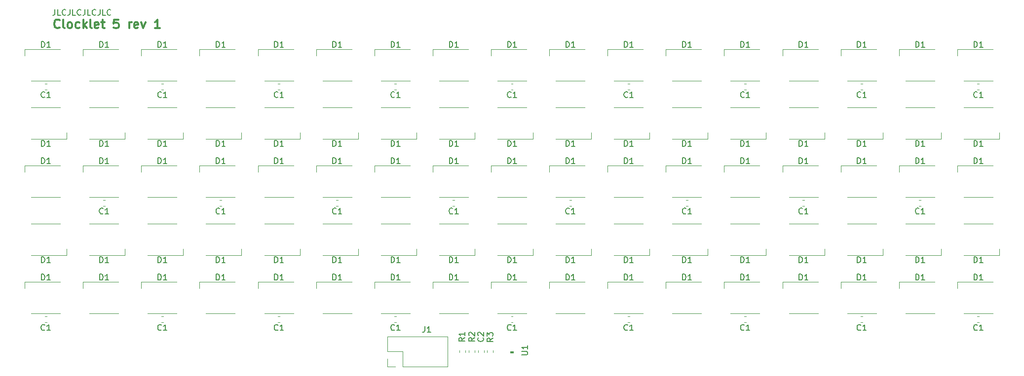
<source format=gbr>
G04 #@! TF.GenerationSoftware,KiCad,Pcbnew,(5.1.5-0-10_14)*
G04 #@! TF.CreationDate,2020-04-22T23:35:31+01:00*
G04 #@! TF.ProjectId,Display,44697370-6c61-4792-9e6b-696361645f70,rev?*
G04 #@! TF.SameCoordinates,Original*
G04 #@! TF.FileFunction,Legend,Top*
G04 #@! TF.FilePolarity,Positive*
%FSLAX46Y46*%
G04 Gerber Fmt 4.6, Leading zero omitted, Abs format (unit mm)*
G04 Created by KiCad (PCBNEW (5.1.5-0-10_14)) date 2020-04-22 23:35:31*
%MOMM*%
%LPD*%
G04 APERTURE LIST*
%ADD10C,0.300000*%
%ADD11C,0.150000*%
%ADD12C,0.120000*%
%ADD13C,0.010000*%
G04 APERTURE END LIST*
D10*
X42409285Y-33535714D02*
X42337857Y-33607142D01*
X42123571Y-33678571D01*
X41980714Y-33678571D01*
X41766428Y-33607142D01*
X41623571Y-33464285D01*
X41552142Y-33321428D01*
X41480714Y-33035714D01*
X41480714Y-32821428D01*
X41552142Y-32535714D01*
X41623571Y-32392857D01*
X41766428Y-32250000D01*
X41980714Y-32178571D01*
X42123571Y-32178571D01*
X42337857Y-32250000D01*
X42409285Y-32321428D01*
X43266428Y-33678571D02*
X43123571Y-33607142D01*
X43052142Y-33464285D01*
X43052142Y-32178571D01*
X44052142Y-33678571D02*
X43909285Y-33607142D01*
X43837857Y-33535714D01*
X43766428Y-33392857D01*
X43766428Y-32964285D01*
X43837857Y-32821428D01*
X43909285Y-32750000D01*
X44052142Y-32678571D01*
X44266428Y-32678571D01*
X44409285Y-32750000D01*
X44480714Y-32821428D01*
X44552142Y-32964285D01*
X44552142Y-33392857D01*
X44480714Y-33535714D01*
X44409285Y-33607142D01*
X44266428Y-33678571D01*
X44052142Y-33678571D01*
X45837857Y-33607142D02*
X45695000Y-33678571D01*
X45409285Y-33678571D01*
X45266428Y-33607142D01*
X45195000Y-33535714D01*
X45123571Y-33392857D01*
X45123571Y-32964285D01*
X45195000Y-32821428D01*
X45266428Y-32750000D01*
X45409285Y-32678571D01*
X45695000Y-32678571D01*
X45837857Y-32750000D01*
X46480714Y-33678571D02*
X46480714Y-32178571D01*
X46623571Y-33107142D02*
X47052142Y-33678571D01*
X47052142Y-32678571D02*
X46480714Y-33250000D01*
X47909285Y-33678571D02*
X47766428Y-33607142D01*
X47695000Y-33464285D01*
X47695000Y-32178571D01*
X49052142Y-33607142D02*
X48909285Y-33678571D01*
X48623571Y-33678571D01*
X48480714Y-33607142D01*
X48409285Y-33464285D01*
X48409285Y-32892857D01*
X48480714Y-32750000D01*
X48623571Y-32678571D01*
X48909285Y-32678571D01*
X49052142Y-32750000D01*
X49123571Y-32892857D01*
X49123571Y-33035714D01*
X48409285Y-33178571D01*
X49552142Y-32678571D02*
X50123571Y-32678571D01*
X49766428Y-32178571D02*
X49766428Y-33464285D01*
X49837857Y-33607142D01*
X49980714Y-33678571D01*
X50123571Y-33678571D01*
X52480714Y-32178571D02*
X51766428Y-32178571D01*
X51695000Y-32892857D01*
X51766428Y-32821428D01*
X51909285Y-32750000D01*
X52266428Y-32750000D01*
X52409285Y-32821428D01*
X52480714Y-32892857D01*
X52552142Y-33035714D01*
X52552142Y-33392857D01*
X52480714Y-33535714D01*
X52409285Y-33607142D01*
X52266428Y-33678571D01*
X51909285Y-33678571D01*
X51766428Y-33607142D01*
X51695000Y-33535714D01*
X54337857Y-33678571D02*
X54337857Y-32678571D01*
X54337857Y-32964285D02*
X54409285Y-32821428D01*
X54480714Y-32750000D01*
X54623571Y-32678571D01*
X54766428Y-32678571D01*
X55837857Y-33607142D02*
X55695000Y-33678571D01*
X55409285Y-33678571D01*
X55266428Y-33607142D01*
X55195000Y-33464285D01*
X55195000Y-32892857D01*
X55266428Y-32750000D01*
X55409285Y-32678571D01*
X55695000Y-32678571D01*
X55837857Y-32750000D01*
X55909285Y-32892857D01*
X55909285Y-33035714D01*
X55195000Y-33178571D01*
X56409285Y-32678571D02*
X56766428Y-33678571D01*
X57123571Y-32678571D01*
X59623571Y-33678571D02*
X58766428Y-33678571D01*
X59195000Y-33678571D02*
X59195000Y-32178571D01*
X59052142Y-32392857D01*
X58909285Y-32535714D01*
X58766428Y-32607142D01*
D11*
X41621309Y-30452380D02*
X41621309Y-31166666D01*
X41573690Y-31309523D01*
X41478452Y-31404761D01*
X41335595Y-31452380D01*
X41240357Y-31452380D01*
X42573690Y-31452380D02*
X42097500Y-31452380D01*
X42097500Y-30452380D01*
X43478452Y-31357142D02*
X43430833Y-31404761D01*
X43287976Y-31452380D01*
X43192738Y-31452380D01*
X43049880Y-31404761D01*
X42954642Y-31309523D01*
X42907023Y-31214285D01*
X42859404Y-31023809D01*
X42859404Y-30880952D01*
X42907023Y-30690476D01*
X42954642Y-30595238D01*
X43049880Y-30500000D01*
X43192738Y-30452380D01*
X43287976Y-30452380D01*
X43430833Y-30500000D01*
X43478452Y-30547619D01*
X44192738Y-30452380D02*
X44192738Y-31166666D01*
X44145119Y-31309523D01*
X44049880Y-31404761D01*
X43907023Y-31452380D01*
X43811785Y-31452380D01*
X45145119Y-31452380D02*
X44668928Y-31452380D01*
X44668928Y-30452380D01*
X46049880Y-31357142D02*
X46002261Y-31404761D01*
X45859404Y-31452380D01*
X45764166Y-31452380D01*
X45621309Y-31404761D01*
X45526071Y-31309523D01*
X45478452Y-31214285D01*
X45430833Y-31023809D01*
X45430833Y-30880952D01*
X45478452Y-30690476D01*
X45526071Y-30595238D01*
X45621309Y-30500000D01*
X45764166Y-30452380D01*
X45859404Y-30452380D01*
X46002261Y-30500000D01*
X46049880Y-30547619D01*
X46764166Y-30452380D02*
X46764166Y-31166666D01*
X46716547Y-31309523D01*
X46621309Y-31404761D01*
X46478452Y-31452380D01*
X46383214Y-31452380D01*
X47716547Y-31452380D02*
X47240357Y-31452380D01*
X47240357Y-30452380D01*
X48621309Y-31357142D02*
X48573690Y-31404761D01*
X48430833Y-31452380D01*
X48335595Y-31452380D01*
X48192738Y-31404761D01*
X48097500Y-31309523D01*
X48049880Y-31214285D01*
X48002261Y-31023809D01*
X48002261Y-30880952D01*
X48049880Y-30690476D01*
X48097500Y-30595238D01*
X48192738Y-30500000D01*
X48335595Y-30452380D01*
X48430833Y-30452380D01*
X48573690Y-30500000D01*
X48621309Y-30547619D01*
X49335595Y-30452380D02*
X49335595Y-31166666D01*
X49287976Y-31309523D01*
X49192738Y-31404761D01*
X49049880Y-31452380D01*
X48954642Y-31452380D01*
X50287976Y-31452380D02*
X49811785Y-31452380D01*
X49811785Y-30452380D01*
X51192738Y-31357142D02*
X51145119Y-31404761D01*
X51002261Y-31452380D01*
X50907023Y-31452380D01*
X50764166Y-31404761D01*
X50668928Y-31309523D01*
X50621309Y-31214285D01*
X50573690Y-31023809D01*
X50573690Y-30880952D01*
X50621309Y-30690476D01*
X50668928Y-30595238D01*
X50764166Y-30500000D01*
X50907023Y-30452380D01*
X51002261Y-30452380D01*
X51145119Y-30500000D01*
X51192738Y-30547619D01*
D12*
X50192779Y-64210000D02*
X49867221Y-64210000D01*
X50192779Y-63190000D02*
X49867221Y-63190000D01*
X160192779Y-84210000D02*
X159867221Y-84210000D01*
X160192779Y-83190000D02*
X159867221Y-83190000D01*
X180192779Y-44210000D02*
X179867221Y-44210000D01*
X180192779Y-43190000D02*
X179867221Y-43190000D01*
X160192779Y-44210000D02*
X159867221Y-44210000D01*
X160192779Y-43190000D02*
X159867221Y-43190000D01*
X140192779Y-44210000D02*
X139867221Y-44210000D01*
X140192779Y-43190000D02*
X139867221Y-43190000D01*
X200192779Y-84210000D02*
X199867221Y-84210000D01*
X200192779Y-83190000D02*
X199867221Y-83190000D01*
X180192779Y-84210000D02*
X179867221Y-84210000D01*
X180192779Y-83190000D02*
X179867221Y-83190000D01*
X140192779Y-84210000D02*
X139867221Y-84210000D01*
X140192779Y-83190000D02*
X139867221Y-83190000D01*
X120192779Y-84210000D02*
X119867221Y-84210000D01*
X120192779Y-83190000D02*
X119867221Y-83190000D01*
X100192779Y-84210000D02*
X99867221Y-84210000D01*
X100192779Y-83190000D02*
X99867221Y-83190000D01*
X80192779Y-84210000D02*
X79867221Y-84210000D01*
X80192779Y-83190000D02*
X79867221Y-83190000D01*
X60192779Y-84210000D02*
X59867221Y-84210000D01*
X60192779Y-83190000D02*
X59867221Y-83190000D01*
X40192779Y-84210000D02*
X39867221Y-84210000D01*
X40192779Y-83190000D02*
X39867221Y-83190000D01*
X190192779Y-64210000D02*
X189867221Y-64210000D01*
X190192779Y-63190000D02*
X189867221Y-63190000D01*
X170192779Y-64210000D02*
X169867221Y-64210000D01*
X170192779Y-63190000D02*
X169867221Y-63190000D01*
X150192779Y-64210000D02*
X149867221Y-64210000D01*
X150192779Y-63190000D02*
X149867221Y-63190000D01*
X130192779Y-64210000D02*
X129867221Y-64210000D01*
X130192779Y-63190000D02*
X129867221Y-63190000D01*
X110192779Y-64210000D02*
X109867221Y-64210000D01*
X110192779Y-63190000D02*
X109867221Y-63190000D01*
X90192779Y-64210000D02*
X89867221Y-64210000D01*
X90192779Y-63190000D02*
X89867221Y-63190000D01*
X70192779Y-64210000D02*
X69867221Y-64210000D01*
X70192779Y-63190000D02*
X69867221Y-63190000D01*
X200192779Y-44210000D02*
X199867221Y-44210000D01*
X200192779Y-43190000D02*
X199867221Y-43190000D01*
X120192779Y-44210000D02*
X119867221Y-44210000D01*
X120192779Y-43190000D02*
X119867221Y-43190000D01*
X100192779Y-44210000D02*
X99867221Y-44210000D01*
X100192779Y-43190000D02*
X99867221Y-43190000D01*
X80192779Y-44210000D02*
X79867221Y-44210000D01*
X80192779Y-43190000D02*
X79867221Y-43190000D01*
X60192779Y-44210000D02*
X59867221Y-44210000D01*
X60192779Y-43190000D02*
X59867221Y-43190000D01*
X196430000Y-77290000D02*
X202530000Y-77290000D01*
X196430000Y-78390000D02*
X196430000Y-77290000D01*
X202530000Y-82690000D02*
X197530000Y-82690000D01*
X186430000Y-77290000D02*
X192530000Y-77290000D01*
X186430000Y-78390000D02*
X186430000Y-77290000D01*
X192530000Y-82690000D02*
X187530000Y-82690000D01*
X176430000Y-77290000D02*
X182530000Y-77290000D01*
X176430000Y-78390000D02*
X176430000Y-77290000D01*
X182530000Y-82690000D02*
X177530000Y-82690000D01*
X166430000Y-77290000D02*
X172530000Y-77290000D01*
X166430000Y-78390000D02*
X166430000Y-77290000D01*
X172530000Y-82690000D02*
X167530000Y-82690000D01*
X156430000Y-77290000D02*
X162530000Y-77290000D01*
X156430000Y-78390000D02*
X156430000Y-77290000D01*
X162530000Y-82690000D02*
X157530000Y-82690000D01*
X146430000Y-77290000D02*
X152530000Y-77290000D01*
X146430000Y-78390000D02*
X146430000Y-77290000D01*
X152530000Y-82690000D02*
X147530000Y-82690000D01*
X136430000Y-77290000D02*
X142530000Y-77290000D01*
X136430000Y-78390000D02*
X136430000Y-77290000D01*
X142530000Y-82690000D02*
X137530000Y-82690000D01*
X126430000Y-77290000D02*
X132530000Y-77290000D01*
X126430000Y-78390000D02*
X126430000Y-77290000D01*
X132530000Y-82690000D02*
X127530000Y-82690000D01*
X116430000Y-77290000D02*
X122530000Y-77290000D01*
X116430000Y-78390000D02*
X116430000Y-77290000D01*
X122530000Y-82690000D02*
X117530000Y-82690000D01*
X106430000Y-77290000D02*
X112530000Y-77290000D01*
X106430000Y-78390000D02*
X106430000Y-77290000D01*
X112530000Y-82690000D02*
X107530000Y-82690000D01*
X96430000Y-77290000D02*
X102530000Y-77290000D01*
X96430000Y-78390000D02*
X96430000Y-77290000D01*
X102530000Y-82690000D02*
X97530000Y-82690000D01*
X86430000Y-77290000D02*
X92530000Y-77290000D01*
X86430000Y-78390000D02*
X86430000Y-77290000D01*
X92530000Y-82690000D02*
X87530000Y-82690000D01*
X76430000Y-77290000D02*
X82530000Y-77290000D01*
X76430000Y-78390000D02*
X76430000Y-77290000D01*
X82530000Y-82690000D02*
X77530000Y-82690000D01*
X66430000Y-77290000D02*
X72530000Y-77290000D01*
X66430000Y-78390000D02*
X66430000Y-77290000D01*
X72530000Y-82690000D02*
X67530000Y-82690000D01*
X56430000Y-77290000D02*
X62530000Y-77290000D01*
X56430000Y-78390000D02*
X56430000Y-77290000D01*
X62530000Y-82690000D02*
X57530000Y-82690000D01*
X46430000Y-77290000D02*
X52530000Y-77290000D01*
X46430000Y-78390000D02*
X46430000Y-77290000D01*
X52530000Y-82690000D02*
X47530000Y-82690000D01*
X36430000Y-77290000D02*
X42530000Y-77290000D01*
X36430000Y-78390000D02*
X36430000Y-77290000D01*
X42530000Y-82690000D02*
X37530000Y-82690000D01*
X196430000Y-57290000D02*
X202530000Y-57290000D01*
X196430000Y-58390000D02*
X196430000Y-57290000D01*
X202530000Y-62690000D02*
X197530000Y-62690000D01*
X186430000Y-57290000D02*
X192530000Y-57290000D01*
X186430000Y-58390000D02*
X186430000Y-57290000D01*
X192530000Y-62690000D02*
X187530000Y-62690000D01*
X176430000Y-57290000D02*
X182530000Y-57290000D01*
X176430000Y-58390000D02*
X176430000Y-57290000D01*
X182530000Y-62690000D02*
X177530000Y-62690000D01*
X166430000Y-57290000D02*
X172530000Y-57290000D01*
X166430000Y-58390000D02*
X166430000Y-57290000D01*
X172530000Y-62690000D02*
X167530000Y-62690000D01*
X156430000Y-57290000D02*
X162530000Y-57290000D01*
X156430000Y-58390000D02*
X156430000Y-57290000D01*
X162530000Y-62690000D02*
X157530000Y-62690000D01*
X146430000Y-57290000D02*
X152530000Y-57290000D01*
X146430000Y-58390000D02*
X146430000Y-57290000D01*
X152530000Y-62690000D02*
X147530000Y-62690000D01*
X136430000Y-57290000D02*
X142530000Y-57290000D01*
X136430000Y-58390000D02*
X136430000Y-57290000D01*
X142530000Y-62690000D02*
X137530000Y-62690000D01*
X126430000Y-57290000D02*
X132530000Y-57290000D01*
X126430000Y-58390000D02*
X126430000Y-57290000D01*
X132530000Y-62690000D02*
X127530000Y-62690000D01*
X116430000Y-57290000D02*
X122530000Y-57290000D01*
X116430000Y-58390000D02*
X116430000Y-57290000D01*
X122530000Y-62690000D02*
X117530000Y-62690000D01*
X106430000Y-57290000D02*
X112530000Y-57290000D01*
X106430000Y-58390000D02*
X106430000Y-57290000D01*
X112530000Y-62690000D02*
X107530000Y-62690000D01*
X96430000Y-57290000D02*
X102530000Y-57290000D01*
X96430000Y-58390000D02*
X96430000Y-57290000D01*
X102530000Y-62690000D02*
X97530000Y-62690000D01*
X86430000Y-57290000D02*
X92530000Y-57290000D01*
X86430000Y-58390000D02*
X86430000Y-57290000D01*
X92530000Y-62690000D02*
X87530000Y-62690000D01*
X76430000Y-57290000D02*
X82530000Y-57290000D01*
X76430000Y-58390000D02*
X76430000Y-57290000D01*
X82530000Y-62690000D02*
X77530000Y-62690000D01*
X66430000Y-57290000D02*
X72530000Y-57290000D01*
X66430000Y-58390000D02*
X66430000Y-57290000D01*
X72530000Y-62690000D02*
X67530000Y-62690000D01*
X56430000Y-57290000D02*
X62530000Y-57290000D01*
X56430000Y-58390000D02*
X56430000Y-57290000D01*
X62530000Y-62690000D02*
X57530000Y-62690000D01*
X46430000Y-57290000D02*
X52530000Y-57290000D01*
X46430000Y-58390000D02*
X46430000Y-57290000D01*
X52530000Y-62690000D02*
X47530000Y-62690000D01*
X36430000Y-57290000D02*
X42530000Y-57290000D01*
X36430000Y-58390000D02*
X36430000Y-57290000D01*
X42530000Y-62690000D02*
X37530000Y-62690000D01*
X196430000Y-37290000D02*
X202530000Y-37290000D01*
X196430000Y-38390000D02*
X196430000Y-37290000D01*
X202530000Y-42690000D02*
X197530000Y-42690000D01*
X186430000Y-37290000D02*
X192530000Y-37290000D01*
X186430000Y-38390000D02*
X186430000Y-37290000D01*
X192530000Y-42690000D02*
X187530000Y-42690000D01*
X176430000Y-37290000D02*
X182530000Y-37290000D01*
X176430000Y-38390000D02*
X176430000Y-37290000D01*
X182530000Y-42690000D02*
X177530000Y-42690000D01*
X166430000Y-37290000D02*
X172530000Y-37290000D01*
X166430000Y-38390000D02*
X166430000Y-37290000D01*
X172530000Y-42690000D02*
X167530000Y-42690000D01*
X156430000Y-37290000D02*
X162530000Y-37290000D01*
X156430000Y-38390000D02*
X156430000Y-37290000D01*
X162530000Y-42690000D02*
X157530000Y-42690000D01*
X146430000Y-37290000D02*
X152530000Y-37290000D01*
X146430000Y-38390000D02*
X146430000Y-37290000D01*
X152530000Y-42690000D02*
X147530000Y-42690000D01*
X136430000Y-37290000D02*
X142530000Y-37290000D01*
X136430000Y-38390000D02*
X136430000Y-37290000D01*
X142530000Y-42690000D02*
X137530000Y-42690000D01*
X126430000Y-37290000D02*
X132530000Y-37290000D01*
X126430000Y-38390000D02*
X126430000Y-37290000D01*
X132530000Y-42690000D02*
X127530000Y-42690000D01*
X116430000Y-37290000D02*
X122530000Y-37290000D01*
X116430000Y-38390000D02*
X116430000Y-37290000D01*
X122530000Y-42690000D02*
X117530000Y-42690000D01*
X106430000Y-37290000D02*
X112530000Y-37290000D01*
X106430000Y-38390000D02*
X106430000Y-37290000D01*
X112530000Y-42690000D02*
X107530000Y-42690000D01*
X96430000Y-37290000D02*
X102530000Y-37290000D01*
X96430000Y-38390000D02*
X96430000Y-37290000D01*
X102530000Y-42690000D02*
X97530000Y-42690000D01*
X86430000Y-37290000D02*
X92530000Y-37290000D01*
X86430000Y-38390000D02*
X86430000Y-37290000D01*
X92530000Y-42690000D02*
X87530000Y-42690000D01*
X76430000Y-37290000D02*
X82530000Y-37290000D01*
X76430000Y-38390000D02*
X76430000Y-37290000D01*
X82530000Y-42690000D02*
X77530000Y-42690000D01*
X66430000Y-37290000D02*
X72530000Y-37290000D01*
X66430000Y-38390000D02*
X66430000Y-37290000D01*
X72530000Y-42690000D02*
X67530000Y-42690000D01*
X56430000Y-37290000D02*
X62530000Y-37290000D01*
X56430000Y-38390000D02*
X56430000Y-37290000D01*
X62530000Y-42690000D02*
X57530000Y-42690000D01*
X46430000Y-37290000D02*
X52530000Y-37290000D01*
X46430000Y-38390000D02*
X46430000Y-37290000D01*
X52530000Y-42690000D02*
X47530000Y-42690000D01*
X197530000Y-67290000D02*
X202530000Y-67290000D01*
X203630000Y-71590000D02*
X203630000Y-72690000D01*
X203630000Y-72690000D02*
X197530000Y-72690000D01*
X187530000Y-67290000D02*
X192530000Y-67290000D01*
X193630000Y-71590000D02*
X193630000Y-72690000D01*
X193630000Y-72690000D02*
X187530000Y-72690000D01*
X177530000Y-67290000D02*
X182530000Y-67290000D01*
X183630000Y-71590000D02*
X183630000Y-72690000D01*
X183630000Y-72690000D02*
X177530000Y-72690000D01*
X167530000Y-67290000D02*
X172530000Y-67290000D01*
X173630000Y-71590000D02*
X173630000Y-72690000D01*
X173630000Y-72690000D02*
X167530000Y-72690000D01*
X157530000Y-67290000D02*
X162530000Y-67290000D01*
X163630000Y-71590000D02*
X163630000Y-72690000D01*
X163630000Y-72690000D02*
X157530000Y-72690000D01*
X147530000Y-67290000D02*
X152530000Y-67290000D01*
X153630000Y-71590000D02*
X153630000Y-72690000D01*
X153630000Y-72690000D02*
X147530000Y-72690000D01*
X137530000Y-67290000D02*
X142530000Y-67290000D01*
X143630000Y-71590000D02*
X143630000Y-72690000D01*
X143630000Y-72690000D02*
X137530000Y-72690000D01*
X127530000Y-67290000D02*
X132530000Y-67290000D01*
X133630000Y-71590000D02*
X133630000Y-72690000D01*
X133630000Y-72690000D02*
X127530000Y-72690000D01*
X117530000Y-67290000D02*
X122530000Y-67290000D01*
X123630000Y-71590000D02*
X123630000Y-72690000D01*
X123630000Y-72690000D02*
X117530000Y-72690000D01*
X107530000Y-67290000D02*
X112530000Y-67290000D01*
X113630000Y-71590000D02*
X113630000Y-72690000D01*
X113630000Y-72690000D02*
X107530000Y-72690000D01*
X97530000Y-67290000D02*
X102530000Y-67290000D01*
X103630000Y-71590000D02*
X103630000Y-72690000D01*
X103630000Y-72690000D02*
X97530000Y-72690000D01*
X87530000Y-67290000D02*
X92530000Y-67290000D01*
X93630000Y-71590000D02*
X93630000Y-72690000D01*
X93630000Y-72690000D02*
X87530000Y-72690000D01*
X77530000Y-67290000D02*
X82530000Y-67290000D01*
X83630000Y-71590000D02*
X83630000Y-72690000D01*
X83630000Y-72690000D02*
X77530000Y-72690000D01*
X67530000Y-67290000D02*
X72530000Y-67290000D01*
X73630000Y-71590000D02*
X73630000Y-72690000D01*
X73630000Y-72690000D02*
X67530000Y-72690000D01*
X57530000Y-67290000D02*
X62530000Y-67290000D01*
X63630000Y-71590000D02*
X63630000Y-72690000D01*
X63630000Y-72690000D02*
X57530000Y-72690000D01*
X47530000Y-67290000D02*
X52530000Y-67290000D01*
X53630000Y-71590000D02*
X53630000Y-72690000D01*
X53630000Y-72690000D02*
X47530000Y-72690000D01*
X37530000Y-67290000D02*
X42530000Y-67290000D01*
X43630000Y-71590000D02*
X43630000Y-72690000D01*
X43630000Y-72690000D02*
X37530000Y-72690000D01*
X197530000Y-47290000D02*
X202530000Y-47290000D01*
X203630000Y-51590000D02*
X203630000Y-52690000D01*
X203630000Y-52690000D02*
X197530000Y-52690000D01*
X187530000Y-47290000D02*
X192530000Y-47290000D01*
X193630000Y-51590000D02*
X193630000Y-52690000D01*
X193630000Y-52690000D02*
X187530000Y-52690000D01*
X177530000Y-47290000D02*
X182530000Y-47290000D01*
X183630000Y-51590000D02*
X183630000Y-52690000D01*
X183630000Y-52690000D02*
X177530000Y-52690000D01*
X167530000Y-47290000D02*
X172530000Y-47290000D01*
X173630000Y-51590000D02*
X173630000Y-52690000D01*
X173630000Y-52690000D02*
X167530000Y-52690000D01*
X157530000Y-47290000D02*
X162530000Y-47290000D01*
X163630000Y-51590000D02*
X163630000Y-52690000D01*
X163630000Y-52690000D02*
X157530000Y-52690000D01*
X147530000Y-47290000D02*
X152530000Y-47290000D01*
X153630000Y-51590000D02*
X153630000Y-52690000D01*
X153630000Y-52690000D02*
X147530000Y-52690000D01*
X137530000Y-47290000D02*
X142530000Y-47290000D01*
X143630000Y-51590000D02*
X143630000Y-52690000D01*
X143630000Y-52690000D02*
X137530000Y-52690000D01*
X127530000Y-47290000D02*
X132530000Y-47290000D01*
X133630000Y-51590000D02*
X133630000Y-52690000D01*
X133630000Y-52690000D02*
X127530000Y-52690000D01*
X117530000Y-47290000D02*
X122530000Y-47290000D01*
X123630000Y-51590000D02*
X123630000Y-52690000D01*
X123630000Y-52690000D02*
X117530000Y-52690000D01*
X107530000Y-47290000D02*
X112530000Y-47290000D01*
X113630000Y-51590000D02*
X113630000Y-52690000D01*
X113630000Y-52690000D02*
X107530000Y-52690000D01*
X97530000Y-47290000D02*
X102530000Y-47290000D01*
X103630000Y-51590000D02*
X103630000Y-52690000D01*
X103630000Y-52690000D02*
X97530000Y-52690000D01*
X87530000Y-47290000D02*
X92530000Y-47290000D01*
X93630000Y-51590000D02*
X93630000Y-52690000D01*
X93630000Y-52690000D02*
X87530000Y-52690000D01*
X77530000Y-47290000D02*
X82530000Y-47290000D01*
X83630000Y-51590000D02*
X83630000Y-52690000D01*
X83630000Y-52690000D02*
X77530000Y-52690000D01*
X67530000Y-47290000D02*
X72530000Y-47290000D01*
X73630000Y-51590000D02*
X73630000Y-52690000D01*
X73630000Y-52690000D02*
X67530000Y-52690000D01*
X57530000Y-47290000D02*
X62530000Y-47290000D01*
X63630000Y-51590000D02*
X63630000Y-52690000D01*
X63630000Y-52690000D02*
X57530000Y-52690000D01*
X47530000Y-47290000D02*
X52530000Y-47290000D01*
X53630000Y-51590000D02*
X53630000Y-52690000D01*
X53630000Y-52690000D02*
X47530000Y-52690000D01*
D13*
G36*
X120270000Y-89200000D02*
G01*
X120270000Y-89420000D01*
X120010000Y-89420000D01*
X120010000Y-89200000D01*
X120270000Y-89200000D01*
G37*
X120270000Y-89200000D02*
X120270000Y-89420000D01*
X120010000Y-89420000D01*
X120010000Y-89200000D01*
X120270000Y-89200000D01*
G36*
X119990000Y-89200000D02*
G01*
X119990000Y-89420000D01*
X119730000Y-89420000D01*
X119730000Y-89200000D01*
X119990000Y-89200000D01*
G37*
X119990000Y-89200000D02*
X119990000Y-89420000D01*
X119730000Y-89420000D01*
X119730000Y-89200000D01*
X119990000Y-89200000D01*
D12*
X115790000Y-89037221D02*
X115790000Y-89362779D01*
X116810000Y-89037221D02*
X116810000Y-89362779D01*
X113610000Y-89362779D02*
X113610000Y-89037221D01*
X112590000Y-89362779D02*
X112590000Y-89037221D01*
X110990000Y-89037221D02*
X110990000Y-89362779D01*
X112010000Y-89037221D02*
X112010000Y-89362779D01*
X98670000Y-91830000D02*
X98670000Y-90500000D01*
X100000000Y-91830000D02*
X98670000Y-91830000D01*
X98670000Y-89230000D02*
X98670000Y-86630000D01*
X101270000Y-89230000D02*
X98670000Y-89230000D01*
X101270000Y-91830000D02*
X101270000Y-89230000D01*
X98670000Y-86630000D02*
X108950000Y-86630000D01*
X101270000Y-91830000D02*
X108950000Y-91830000D01*
X108950000Y-91830000D02*
X108950000Y-86630000D01*
X114190000Y-89037221D02*
X114190000Y-89362779D01*
X115210000Y-89037221D02*
X115210000Y-89362779D01*
X43630000Y-52690000D02*
X37530000Y-52690000D01*
X43630000Y-51590000D02*
X43630000Y-52690000D01*
X37530000Y-47290000D02*
X42530000Y-47290000D01*
X42530000Y-42690000D02*
X37530000Y-42690000D01*
X36430000Y-38390000D02*
X36430000Y-37290000D01*
X36430000Y-37290000D02*
X42530000Y-37290000D01*
X40192779Y-43190000D02*
X39867221Y-43190000D01*
X40192779Y-44210000D02*
X39867221Y-44210000D01*
D11*
X49863333Y-65487142D02*
X49815714Y-65534761D01*
X49672857Y-65582380D01*
X49577619Y-65582380D01*
X49434761Y-65534761D01*
X49339523Y-65439523D01*
X49291904Y-65344285D01*
X49244285Y-65153809D01*
X49244285Y-65010952D01*
X49291904Y-64820476D01*
X49339523Y-64725238D01*
X49434761Y-64630000D01*
X49577619Y-64582380D01*
X49672857Y-64582380D01*
X49815714Y-64630000D01*
X49863333Y-64677619D01*
X50815714Y-65582380D02*
X50244285Y-65582380D01*
X50530000Y-65582380D02*
X50530000Y-64582380D01*
X50434761Y-64725238D01*
X50339523Y-64820476D01*
X50244285Y-64868095D01*
X159863333Y-85487142D02*
X159815714Y-85534761D01*
X159672857Y-85582380D01*
X159577619Y-85582380D01*
X159434761Y-85534761D01*
X159339523Y-85439523D01*
X159291904Y-85344285D01*
X159244285Y-85153809D01*
X159244285Y-85010952D01*
X159291904Y-84820476D01*
X159339523Y-84725238D01*
X159434761Y-84630000D01*
X159577619Y-84582380D01*
X159672857Y-84582380D01*
X159815714Y-84630000D01*
X159863333Y-84677619D01*
X160815714Y-85582380D02*
X160244285Y-85582380D01*
X160530000Y-85582380D02*
X160530000Y-84582380D01*
X160434761Y-84725238D01*
X160339523Y-84820476D01*
X160244285Y-84868095D01*
X179863333Y-45487142D02*
X179815714Y-45534761D01*
X179672857Y-45582380D01*
X179577619Y-45582380D01*
X179434761Y-45534761D01*
X179339523Y-45439523D01*
X179291904Y-45344285D01*
X179244285Y-45153809D01*
X179244285Y-45010952D01*
X179291904Y-44820476D01*
X179339523Y-44725238D01*
X179434761Y-44630000D01*
X179577619Y-44582380D01*
X179672857Y-44582380D01*
X179815714Y-44630000D01*
X179863333Y-44677619D01*
X180815714Y-45582380D02*
X180244285Y-45582380D01*
X180530000Y-45582380D02*
X180530000Y-44582380D01*
X180434761Y-44725238D01*
X180339523Y-44820476D01*
X180244285Y-44868095D01*
X159863333Y-45487142D02*
X159815714Y-45534761D01*
X159672857Y-45582380D01*
X159577619Y-45582380D01*
X159434761Y-45534761D01*
X159339523Y-45439523D01*
X159291904Y-45344285D01*
X159244285Y-45153809D01*
X159244285Y-45010952D01*
X159291904Y-44820476D01*
X159339523Y-44725238D01*
X159434761Y-44630000D01*
X159577619Y-44582380D01*
X159672857Y-44582380D01*
X159815714Y-44630000D01*
X159863333Y-44677619D01*
X160815714Y-45582380D02*
X160244285Y-45582380D01*
X160530000Y-45582380D02*
X160530000Y-44582380D01*
X160434761Y-44725238D01*
X160339523Y-44820476D01*
X160244285Y-44868095D01*
X139863333Y-45487142D02*
X139815714Y-45534761D01*
X139672857Y-45582380D01*
X139577619Y-45582380D01*
X139434761Y-45534761D01*
X139339523Y-45439523D01*
X139291904Y-45344285D01*
X139244285Y-45153809D01*
X139244285Y-45010952D01*
X139291904Y-44820476D01*
X139339523Y-44725238D01*
X139434761Y-44630000D01*
X139577619Y-44582380D01*
X139672857Y-44582380D01*
X139815714Y-44630000D01*
X139863333Y-44677619D01*
X140815714Y-45582380D02*
X140244285Y-45582380D01*
X140530000Y-45582380D02*
X140530000Y-44582380D01*
X140434761Y-44725238D01*
X140339523Y-44820476D01*
X140244285Y-44868095D01*
X199863333Y-85487142D02*
X199815714Y-85534761D01*
X199672857Y-85582380D01*
X199577619Y-85582380D01*
X199434761Y-85534761D01*
X199339523Y-85439523D01*
X199291904Y-85344285D01*
X199244285Y-85153809D01*
X199244285Y-85010952D01*
X199291904Y-84820476D01*
X199339523Y-84725238D01*
X199434761Y-84630000D01*
X199577619Y-84582380D01*
X199672857Y-84582380D01*
X199815714Y-84630000D01*
X199863333Y-84677619D01*
X200815714Y-85582380D02*
X200244285Y-85582380D01*
X200530000Y-85582380D02*
X200530000Y-84582380D01*
X200434761Y-84725238D01*
X200339523Y-84820476D01*
X200244285Y-84868095D01*
X179863333Y-85487142D02*
X179815714Y-85534761D01*
X179672857Y-85582380D01*
X179577619Y-85582380D01*
X179434761Y-85534761D01*
X179339523Y-85439523D01*
X179291904Y-85344285D01*
X179244285Y-85153809D01*
X179244285Y-85010952D01*
X179291904Y-84820476D01*
X179339523Y-84725238D01*
X179434761Y-84630000D01*
X179577619Y-84582380D01*
X179672857Y-84582380D01*
X179815714Y-84630000D01*
X179863333Y-84677619D01*
X180815714Y-85582380D02*
X180244285Y-85582380D01*
X180530000Y-85582380D02*
X180530000Y-84582380D01*
X180434761Y-84725238D01*
X180339523Y-84820476D01*
X180244285Y-84868095D01*
X139863333Y-85487142D02*
X139815714Y-85534761D01*
X139672857Y-85582380D01*
X139577619Y-85582380D01*
X139434761Y-85534761D01*
X139339523Y-85439523D01*
X139291904Y-85344285D01*
X139244285Y-85153809D01*
X139244285Y-85010952D01*
X139291904Y-84820476D01*
X139339523Y-84725238D01*
X139434761Y-84630000D01*
X139577619Y-84582380D01*
X139672857Y-84582380D01*
X139815714Y-84630000D01*
X139863333Y-84677619D01*
X140815714Y-85582380D02*
X140244285Y-85582380D01*
X140530000Y-85582380D02*
X140530000Y-84582380D01*
X140434761Y-84725238D01*
X140339523Y-84820476D01*
X140244285Y-84868095D01*
X119863333Y-85487142D02*
X119815714Y-85534761D01*
X119672857Y-85582380D01*
X119577619Y-85582380D01*
X119434761Y-85534761D01*
X119339523Y-85439523D01*
X119291904Y-85344285D01*
X119244285Y-85153809D01*
X119244285Y-85010952D01*
X119291904Y-84820476D01*
X119339523Y-84725238D01*
X119434761Y-84630000D01*
X119577619Y-84582380D01*
X119672857Y-84582380D01*
X119815714Y-84630000D01*
X119863333Y-84677619D01*
X120815714Y-85582380D02*
X120244285Y-85582380D01*
X120530000Y-85582380D02*
X120530000Y-84582380D01*
X120434761Y-84725238D01*
X120339523Y-84820476D01*
X120244285Y-84868095D01*
X99863333Y-85487142D02*
X99815714Y-85534761D01*
X99672857Y-85582380D01*
X99577619Y-85582380D01*
X99434761Y-85534761D01*
X99339523Y-85439523D01*
X99291904Y-85344285D01*
X99244285Y-85153809D01*
X99244285Y-85010952D01*
X99291904Y-84820476D01*
X99339523Y-84725238D01*
X99434761Y-84630000D01*
X99577619Y-84582380D01*
X99672857Y-84582380D01*
X99815714Y-84630000D01*
X99863333Y-84677619D01*
X100815714Y-85582380D02*
X100244285Y-85582380D01*
X100530000Y-85582380D02*
X100530000Y-84582380D01*
X100434761Y-84725238D01*
X100339523Y-84820476D01*
X100244285Y-84868095D01*
X79863333Y-85487142D02*
X79815714Y-85534761D01*
X79672857Y-85582380D01*
X79577619Y-85582380D01*
X79434761Y-85534761D01*
X79339523Y-85439523D01*
X79291904Y-85344285D01*
X79244285Y-85153809D01*
X79244285Y-85010952D01*
X79291904Y-84820476D01*
X79339523Y-84725238D01*
X79434761Y-84630000D01*
X79577619Y-84582380D01*
X79672857Y-84582380D01*
X79815714Y-84630000D01*
X79863333Y-84677619D01*
X80815714Y-85582380D02*
X80244285Y-85582380D01*
X80530000Y-85582380D02*
X80530000Y-84582380D01*
X80434761Y-84725238D01*
X80339523Y-84820476D01*
X80244285Y-84868095D01*
X59863333Y-85487142D02*
X59815714Y-85534761D01*
X59672857Y-85582380D01*
X59577619Y-85582380D01*
X59434761Y-85534761D01*
X59339523Y-85439523D01*
X59291904Y-85344285D01*
X59244285Y-85153809D01*
X59244285Y-85010952D01*
X59291904Y-84820476D01*
X59339523Y-84725238D01*
X59434761Y-84630000D01*
X59577619Y-84582380D01*
X59672857Y-84582380D01*
X59815714Y-84630000D01*
X59863333Y-84677619D01*
X60815714Y-85582380D02*
X60244285Y-85582380D01*
X60530000Y-85582380D02*
X60530000Y-84582380D01*
X60434761Y-84725238D01*
X60339523Y-84820476D01*
X60244285Y-84868095D01*
X39863333Y-85487142D02*
X39815714Y-85534761D01*
X39672857Y-85582380D01*
X39577619Y-85582380D01*
X39434761Y-85534761D01*
X39339523Y-85439523D01*
X39291904Y-85344285D01*
X39244285Y-85153809D01*
X39244285Y-85010952D01*
X39291904Y-84820476D01*
X39339523Y-84725238D01*
X39434761Y-84630000D01*
X39577619Y-84582380D01*
X39672857Y-84582380D01*
X39815714Y-84630000D01*
X39863333Y-84677619D01*
X40815714Y-85582380D02*
X40244285Y-85582380D01*
X40530000Y-85582380D02*
X40530000Y-84582380D01*
X40434761Y-84725238D01*
X40339523Y-84820476D01*
X40244285Y-84868095D01*
X189863333Y-65487142D02*
X189815714Y-65534761D01*
X189672857Y-65582380D01*
X189577619Y-65582380D01*
X189434761Y-65534761D01*
X189339523Y-65439523D01*
X189291904Y-65344285D01*
X189244285Y-65153809D01*
X189244285Y-65010952D01*
X189291904Y-64820476D01*
X189339523Y-64725238D01*
X189434761Y-64630000D01*
X189577619Y-64582380D01*
X189672857Y-64582380D01*
X189815714Y-64630000D01*
X189863333Y-64677619D01*
X190815714Y-65582380D02*
X190244285Y-65582380D01*
X190530000Y-65582380D02*
X190530000Y-64582380D01*
X190434761Y-64725238D01*
X190339523Y-64820476D01*
X190244285Y-64868095D01*
X169863333Y-65487142D02*
X169815714Y-65534761D01*
X169672857Y-65582380D01*
X169577619Y-65582380D01*
X169434761Y-65534761D01*
X169339523Y-65439523D01*
X169291904Y-65344285D01*
X169244285Y-65153809D01*
X169244285Y-65010952D01*
X169291904Y-64820476D01*
X169339523Y-64725238D01*
X169434761Y-64630000D01*
X169577619Y-64582380D01*
X169672857Y-64582380D01*
X169815714Y-64630000D01*
X169863333Y-64677619D01*
X170815714Y-65582380D02*
X170244285Y-65582380D01*
X170530000Y-65582380D02*
X170530000Y-64582380D01*
X170434761Y-64725238D01*
X170339523Y-64820476D01*
X170244285Y-64868095D01*
X149863333Y-65487142D02*
X149815714Y-65534761D01*
X149672857Y-65582380D01*
X149577619Y-65582380D01*
X149434761Y-65534761D01*
X149339523Y-65439523D01*
X149291904Y-65344285D01*
X149244285Y-65153809D01*
X149244285Y-65010952D01*
X149291904Y-64820476D01*
X149339523Y-64725238D01*
X149434761Y-64630000D01*
X149577619Y-64582380D01*
X149672857Y-64582380D01*
X149815714Y-64630000D01*
X149863333Y-64677619D01*
X150815714Y-65582380D02*
X150244285Y-65582380D01*
X150530000Y-65582380D02*
X150530000Y-64582380D01*
X150434761Y-64725238D01*
X150339523Y-64820476D01*
X150244285Y-64868095D01*
X129863333Y-65487142D02*
X129815714Y-65534761D01*
X129672857Y-65582380D01*
X129577619Y-65582380D01*
X129434761Y-65534761D01*
X129339523Y-65439523D01*
X129291904Y-65344285D01*
X129244285Y-65153809D01*
X129244285Y-65010952D01*
X129291904Y-64820476D01*
X129339523Y-64725238D01*
X129434761Y-64630000D01*
X129577619Y-64582380D01*
X129672857Y-64582380D01*
X129815714Y-64630000D01*
X129863333Y-64677619D01*
X130815714Y-65582380D02*
X130244285Y-65582380D01*
X130530000Y-65582380D02*
X130530000Y-64582380D01*
X130434761Y-64725238D01*
X130339523Y-64820476D01*
X130244285Y-64868095D01*
X109863333Y-65487142D02*
X109815714Y-65534761D01*
X109672857Y-65582380D01*
X109577619Y-65582380D01*
X109434761Y-65534761D01*
X109339523Y-65439523D01*
X109291904Y-65344285D01*
X109244285Y-65153809D01*
X109244285Y-65010952D01*
X109291904Y-64820476D01*
X109339523Y-64725238D01*
X109434761Y-64630000D01*
X109577619Y-64582380D01*
X109672857Y-64582380D01*
X109815714Y-64630000D01*
X109863333Y-64677619D01*
X110815714Y-65582380D02*
X110244285Y-65582380D01*
X110530000Y-65582380D02*
X110530000Y-64582380D01*
X110434761Y-64725238D01*
X110339523Y-64820476D01*
X110244285Y-64868095D01*
X89863333Y-65487142D02*
X89815714Y-65534761D01*
X89672857Y-65582380D01*
X89577619Y-65582380D01*
X89434761Y-65534761D01*
X89339523Y-65439523D01*
X89291904Y-65344285D01*
X89244285Y-65153809D01*
X89244285Y-65010952D01*
X89291904Y-64820476D01*
X89339523Y-64725238D01*
X89434761Y-64630000D01*
X89577619Y-64582380D01*
X89672857Y-64582380D01*
X89815714Y-64630000D01*
X89863333Y-64677619D01*
X90815714Y-65582380D02*
X90244285Y-65582380D01*
X90530000Y-65582380D02*
X90530000Y-64582380D01*
X90434761Y-64725238D01*
X90339523Y-64820476D01*
X90244285Y-64868095D01*
X69863333Y-65487142D02*
X69815714Y-65534761D01*
X69672857Y-65582380D01*
X69577619Y-65582380D01*
X69434761Y-65534761D01*
X69339523Y-65439523D01*
X69291904Y-65344285D01*
X69244285Y-65153809D01*
X69244285Y-65010952D01*
X69291904Y-64820476D01*
X69339523Y-64725238D01*
X69434761Y-64630000D01*
X69577619Y-64582380D01*
X69672857Y-64582380D01*
X69815714Y-64630000D01*
X69863333Y-64677619D01*
X70815714Y-65582380D02*
X70244285Y-65582380D01*
X70530000Y-65582380D02*
X70530000Y-64582380D01*
X70434761Y-64725238D01*
X70339523Y-64820476D01*
X70244285Y-64868095D01*
X199863333Y-45487142D02*
X199815714Y-45534761D01*
X199672857Y-45582380D01*
X199577619Y-45582380D01*
X199434761Y-45534761D01*
X199339523Y-45439523D01*
X199291904Y-45344285D01*
X199244285Y-45153809D01*
X199244285Y-45010952D01*
X199291904Y-44820476D01*
X199339523Y-44725238D01*
X199434761Y-44630000D01*
X199577619Y-44582380D01*
X199672857Y-44582380D01*
X199815714Y-44630000D01*
X199863333Y-44677619D01*
X200815714Y-45582380D02*
X200244285Y-45582380D01*
X200530000Y-45582380D02*
X200530000Y-44582380D01*
X200434761Y-44725238D01*
X200339523Y-44820476D01*
X200244285Y-44868095D01*
X119863333Y-45487142D02*
X119815714Y-45534761D01*
X119672857Y-45582380D01*
X119577619Y-45582380D01*
X119434761Y-45534761D01*
X119339523Y-45439523D01*
X119291904Y-45344285D01*
X119244285Y-45153809D01*
X119244285Y-45010952D01*
X119291904Y-44820476D01*
X119339523Y-44725238D01*
X119434761Y-44630000D01*
X119577619Y-44582380D01*
X119672857Y-44582380D01*
X119815714Y-44630000D01*
X119863333Y-44677619D01*
X120815714Y-45582380D02*
X120244285Y-45582380D01*
X120530000Y-45582380D02*
X120530000Y-44582380D01*
X120434761Y-44725238D01*
X120339523Y-44820476D01*
X120244285Y-44868095D01*
X99863333Y-45487142D02*
X99815714Y-45534761D01*
X99672857Y-45582380D01*
X99577619Y-45582380D01*
X99434761Y-45534761D01*
X99339523Y-45439523D01*
X99291904Y-45344285D01*
X99244285Y-45153809D01*
X99244285Y-45010952D01*
X99291904Y-44820476D01*
X99339523Y-44725238D01*
X99434761Y-44630000D01*
X99577619Y-44582380D01*
X99672857Y-44582380D01*
X99815714Y-44630000D01*
X99863333Y-44677619D01*
X100815714Y-45582380D02*
X100244285Y-45582380D01*
X100530000Y-45582380D02*
X100530000Y-44582380D01*
X100434761Y-44725238D01*
X100339523Y-44820476D01*
X100244285Y-44868095D01*
X79863333Y-45487142D02*
X79815714Y-45534761D01*
X79672857Y-45582380D01*
X79577619Y-45582380D01*
X79434761Y-45534761D01*
X79339523Y-45439523D01*
X79291904Y-45344285D01*
X79244285Y-45153809D01*
X79244285Y-45010952D01*
X79291904Y-44820476D01*
X79339523Y-44725238D01*
X79434761Y-44630000D01*
X79577619Y-44582380D01*
X79672857Y-44582380D01*
X79815714Y-44630000D01*
X79863333Y-44677619D01*
X80815714Y-45582380D02*
X80244285Y-45582380D01*
X80530000Y-45582380D02*
X80530000Y-44582380D01*
X80434761Y-44725238D01*
X80339523Y-44820476D01*
X80244285Y-44868095D01*
X59863333Y-45487142D02*
X59815714Y-45534761D01*
X59672857Y-45582380D01*
X59577619Y-45582380D01*
X59434761Y-45534761D01*
X59339523Y-45439523D01*
X59291904Y-45344285D01*
X59244285Y-45153809D01*
X59244285Y-45010952D01*
X59291904Y-44820476D01*
X59339523Y-44725238D01*
X59434761Y-44630000D01*
X59577619Y-44582380D01*
X59672857Y-44582380D01*
X59815714Y-44630000D01*
X59863333Y-44677619D01*
X60815714Y-45582380D02*
X60244285Y-45582380D01*
X60530000Y-45582380D02*
X60530000Y-44582380D01*
X60434761Y-44725238D01*
X60339523Y-44820476D01*
X60244285Y-44868095D01*
X199291904Y-76942380D02*
X199291904Y-75942380D01*
X199530000Y-75942380D01*
X199672857Y-75990000D01*
X199768095Y-76085238D01*
X199815714Y-76180476D01*
X199863333Y-76370952D01*
X199863333Y-76513809D01*
X199815714Y-76704285D01*
X199768095Y-76799523D01*
X199672857Y-76894761D01*
X199530000Y-76942380D01*
X199291904Y-76942380D01*
X200815714Y-76942380D02*
X200244285Y-76942380D01*
X200530000Y-76942380D02*
X200530000Y-75942380D01*
X200434761Y-76085238D01*
X200339523Y-76180476D01*
X200244285Y-76228095D01*
X189291904Y-76942380D02*
X189291904Y-75942380D01*
X189530000Y-75942380D01*
X189672857Y-75990000D01*
X189768095Y-76085238D01*
X189815714Y-76180476D01*
X189863333Y-76370952D01*
X189863333Y-76513809D01*
X189815714Y-76704285D01*
X189768095Y-76799523D01*
X189672857Y-76894761D01*
X189530000Y-76942380D01*
X189291904Y-76942380D01*
X190815714Y-76942380D02*
X190244285Y-76942380D01*
X190530000Y-76942380D02*
X190530000Y-75942380D01*
X190434761Y-76085238D01*
X190339523Y-76180476D01*
X190244285Y-76228095D01*
X179291904Y-76942380D02*
X179291904Y-75942380D01*
X179530000Y-75942380D01*
X179672857Y-75990000D01*
X179768095Y-76085238D01*
X179815714Y-76180476D01*
X179863333Y-76370952D01*
X179863333Y-76513809D01*
X179815714Y-76704285D01*
X179768095Y-76799523D01*
X179672857Y-76894761D01*
X179530000Y-76942380D01*
X179291904Y-76942380D01*
X180815714Y-76942380D02*
X180244285Y-76942380D01*
X180530000Y-76942380D02*
X180530000Y-75942380D01*
X180434761Y-76085238D01*
X180339523Y-76180476D01*
X180244285Y-76228095D01*
X169291904Y-76942380D02*
X169291904Y-75942380D01*
X169530000Y-75942380D01*
X169672857Y-75990000D01*
X169768095Y-76085238D01*
X169815714Y-76180476D01*
X169863333Y-76370952D01*
X169863333Y-76513809D01*
X169815714Y-76704285D01*
X169768095Y-76799523D01*
X169672857Y-76894761D01*
X169530000Y-76942380D01*
X169291904Y-76942380D01*
X170815714Y-76942380D02*
X170244285Y-76942380D01*
X170530000Y-76942380D02*
X170530000Y-75942380D01*
X170434761Y-76085238D01*
X170339523Y-76180476D01*
X170244285Y-76228095D01*
X159291904Y-76942380D02*
X159291904Y-75942380D01*
X159530000Y-75942380D01*
X159672857Y-75990000D01*
X159768095Y-76085238D01*
X159815714Y-76180476D01*
X159863333Y-76370952D01*
X159863333Y-76513809D01*
X159815714Y-76704285D01*
X159768095Y-76799523D01*
X159672857Y-76894761D01*
X159530000Y-76942380D01*
X159291904Y-76942380D01*
X160815714Y-76942380D02*
X160244285Y-76942380D01*
X160530000Y-76942380D02*
X160530000Y-75942380D01*
X160434761Y-76085238D01*
X160339523Y-76180476D01*
X160244285Y-76228095D01*
X149291904Y-76942380D02*
X149291904Y-75942380D01*
X149530000Y-75942380D01*
X149672857Y-75990000D01*
X149768095Y-76085238D01*
X149815714Y-76180476D01*
X149863333Y-76370952D01*
X149863333Y-76513809D01*
X149815714Y-76704285D01*
X149768095Y-76799523D01*
X149672857Y-76894761D01*
X149530000Y-76942380D01*
X149291904Y-76942380D01*
X150815714Y-76942380D02*
X150244285Y-76942380D01*
X150530000Y-76942380D02*
X150530000Y-75942380D01*
X150434761Y-76085238D01*
X150339523Y-76180476D01*
X150244285Y-76228095D01*
X139291904Y-76942380D02*
X139291904Y-75942380D01*
X139530000Y-75942380D01*
X139672857Y-75990000D01*
X139768095Y-76085238D01*
X139815714Y-76180476D01*
X139863333Y-76370952D01*
X139863333Y-76513809D01*
X139815714Y-76704285D01*
X139768095Y-76799523D01*
X139672857Y-76894761D01*
X139530000Y-76942380D01*
X139291904Y-76942380D01*
X140815714Y-76942380D02*
X140244285Y-76942380D01*
X140530000Y-76942380D02*
X140530000Y-75942380D01*
X140434761Y-76085238D01*
X140339523Y-76180476D01*
X140244285Y-76228095D01*
X129291904Y-76942380D02*
X129291904Y-75942380D01*
X129530000Y-75942380D01*
X129672857Y-75990000D01*
X129768095Y-76085238D01*
X129815714Y-76180476D01*
X129863333Y-76370952D01*
X129863333Y-76513809D01*
X129815714Y-76704285D01*
X129768095Y-76799523D01*
X129672857Y-76894761D01*
X129530000Y-76942380D01*
X129291904Y-76942380D01*
X130815714Y-76942380D02*
X130244285Y-76942380D01*
X130530000Y-76942380D02*
X130530000Y-75942380D01*
X130434761Y-76085238D01*
X130339523Y-76180476D01*
X130244285Y-76228095D01*
X119291904Y-76942380D02*
X119291904Y-75942380D01*
X119530000Y-75942380D01*
X119672857Y-75990000D01*
X119768095Y-76085238D01*
X119815714Y-76180476D01*
X119863333Y-76370952D01*
X119863333Y-76513809D01*
X119815714Y-76704285D01*
X119768095Y-76799523D01*
X119672857Y-76894761D01*
X119530000Y-76942380D01*
X119291904Y-76942380D01*
X120815714Y-76942380D02*
X120244285Y-76942380D01*
X120530000Y-76942380D02*
X120530000Y-75942380D01*
X120434761Y-76085238D01*
X120339523Y-76180476D01*
X120244285Y-76228095D01*
X109291904Y-76942380D02*
X109291904Y-75942380D01*
X109530000Y-75942380D01*
X109672857Y-75990000D01*
X109768095Y-76085238D01*
X109815714Y-76180476D01*
X109863333Y-76370952D01*
X109863333Y-76513809D01*
X109815714Y-76704285D01*
X109768095Y-76799523D01*
X109672857Y-76894761D01*
X109530000Y-76942380D01*
X109291904Y-76942380D01*
X110815714Y-76942380D02*
X110244285Y-76942380D01*
X110530000Y-76942380D02*
X110530000Y-75942380D01*
X110434761Y-76085238D01*
X110339523Y-76180476D01*
X110244285Y-76228095D01*
X99291904Y-76942380D02*
X99291904Y-75942380D01*
X99530000Y-75942380D01*
X99672857Y-75990000D01*
X99768095Y-76085238D01*
X99815714Y-76180476D01*
X99863333Y-76370952D01*
X99863333Y-76513809D01*
X99815714Y-76704285D01*
X99768095Y-76799523D01*
X99672857Y-76894761D01*
X99530000Y-76942380D01*
X99291904Y-76942380D01*
X100815714Y-76942380D02*
X100244285Y-76942380D01*
X100530000Y-76942380D02*
X100530000Y-75942380D01*
X100434761Y-76085238D01*
X100339523Y-76180476D01*
X100244285Y-76228095D01*
X89291904Y-76942380D02*
X89291904Y-75942380D01*
X89530000Y-75942380D01*
X89672857Y-75990000D01*
X89768095Y-76085238D01*
X89815714Y-76180476D01*
X89863333Y-76370952D01*
X89863333Y-76513809D01*
X89815714Y-76704285D01*
X89768095Y-76799523D01*
X89672857Y-76894761D01*
X89530000Y-76942380D01*
X89291904Y-76942380D01*
X90815714Y-76942380D02*
X90244285Y-76942380D01*
X90530000Y-76942380D02*
X90530000Y-75942380D01*
X90434761Y-76085238D01*
X90339523Y-76180476D01*
X90244285Y-76228095D01*
X79291904Y-76942380D02*
X79291904Y-75942380D01*
X79530000Y-75942380D01*
X79672857Y-75990000D01*
X79768095Y-76085238D01*
X79815714Y-76180476D01*
X79863333Y-76370952D01*
X79863333Y-76513809D01*
X79815714Y-76704285D01*
X79768095Y-76799523D01*
X79672857Y-76894761D01*
X79530000Y-76942380D01*
X79291904Y-76942380D01*
X80815714Y-76942380D02*
X80244285Y-76942380D01*
X80530000Y-76942380D02*
X80530000Y-75942380D01*
X80434761Y-76085238D01*
X80339523Y-76180476D01*
X80244285Y-76228095D01*
X69291904Y-76942380D02*
X69291904Y-75942380D01*
X69530000Y-75942380D01*
X69672857Y-75990000D01*
X69768095Y-76085238D01*
X69815714Y-76180476D01*
X69863333Y-76370952D01*
X69863333Y-76513809D01*
X69815714Y-76704285D01*
X69768095Y-76799523D01*
X69672857Y-76894761D01*
X69530000Y-76942380D01*
X69291904Y-76942380D01*
X70815714Y-76942380D02*
X70244285Y-76942380D01*
X70530000Y-76942380D02*
X70530000Y-75942380D01*
X70434761Y-76085238D01*
X70339523Y-76180476D01*
X70244285Y-76228095D01*
X59291904Y-76942380D02*
X59291904Y-75942380D01*
X59530000Y-75942380D01*
X59672857Y-75990000D01*
X59768095Y-76085238D01*
X59815714Y-76180476D01*
X59863333Y-76370952D01*
X59863333Y-76513809D01*
X59815714Y-76704285D01*
X59768095Y-76799523D01*
X59672857Y-76894761D01*
X59530000Y-76942380D01*
X59291904Y-76942380D01*
X60815714Y-76942380D02*
X60244285Y-76942380D01*
X60530000Y-76942380D02*
X60530000Y-75942380D01*
X60434761Y-76085238D01*
X60339523Y-76180476D01*
X60244285Y-76228095D01*
X49291904Y-76942380D02*
X49291904Y-75942380D01*
X49530000Y-75942380D01*
X49672857Y-75990000D01*
X49768095Y-76085238D01*
X49815714Y-76180476D01*
X49863333Y-76370952D01*
X49863333Y-76513809D01*
X49815714Y-76704285D01*
X49768095Y-76799523D01*
X49672857Y-76894761D01*
X49530000Y-76942380D01*
X49291904Y-76942380D01*
X50815714Y-76942380D02*
X50244285Y-76942380D01*
X50530000Y-76942380D02*
X50530000Y-75942380D01*
X50434761Y-76085238D01*
X50339523Y-76180476D01*
X50244285Y-76228095D01*
X39291904Y-76942380D02*
X39291904Y-75942380D01*
X39530000Y-75942380D01*
X39672857Y-75990000D01*
X39768095Y-76085238D01*
X39815714Y-76180476D01*
X39863333Y-76370952D01*
X39863333Y-76513809D01*
X39815714Y-76704285D01*
X39768095Y-76799523D01*
X39672857Y-76894761D01*
X39530000Y-76942380D01*
X39291904Y-76942380D01*
X40815714Y-76942380D02*
X40244285Y-76942380D01*
X40530000Y-76942380D02*
X40530000Y-75942380D01*
X40434761Y-76085238D01*
X40339523Y-76180476D01*
X40244285Y-76228095D01*
X199291904Y-56942380D02*
X199291904Y-55942380D01*
X199530000Y-55942380D01*
X199672857Y-55990000D01*
X199768095Y-56085238D01*
X199815714Y-56180476D01*
X199863333Y-56370952D01*
X199863333Y-56513809D01*
X199815714Y-56704285D01*
X199768095Y-56799523D01*
X199672857Y-56894761D01*
X199530000Y-56942380D01*
X199291904Y-56942380D01*
X200815714Y-56942380D02*
X200244285Y-56942380D01*
X200530000Y-56942380D02*
X200530000Y-55942380D01*
X200434761Y-56085238D01*
X200339523Y-56180476D01*
X200244285Y-56228095D01*
X189291904Y-56942380D02*
X189291904Y-55942380D01*
X189530000Y-55942380D01*
X189672857Y-55990000D01*
X189768095Y-56085238D01*
X189815714Y-56180476D01*
X189863333Y-56370952D01*
X189863333Y-56513809D01*
X189815714Y-56704285D01*
X189768095Y-56799523D01*
X189672857Y-56894761D01*
X189530000Y-56942380D01*
X189291904Y-56942380D01*
X190815714Y-56942380D02*
X190244285Y-56942380D01*
X190530000Y-56942380D02*
X190530000Y-55942380D01*
X190434761Y-56085238D01*
X190339523Y-56180476D01*
X190244285Y-56228095D01*
X179291904Y-56942380D02*
X179291904Y-55942380D01*
X179530000Y-55942380D01*
X179672857Y-55990000D01*
X179768095Y-56085238D01*
X179815714Y-56180476D01*
X179863333Y-56370952D01*
X179863333Y-56513809D01*
X179815714Y-56704285D01*
X179768095Y-56799523D01*
X179672857Y-56894761D01*
X179530000Y-56942380D01*
X179291904Y-56942380D01*
X180815714Y-56942380D02*
X180244285Y-56942380D01*
X180530000Y-56942380D02*
X180530000Y-55942380D01*
X180434761Y-56085238D01*
X180339523Y-56180476D01*
X180244285Y-56228095D01*
X169291904Y-56942380D02*
X169291904Y-55942380D01*
X169530000Y-55942380D01*
X169672857Y-55990000D01*
X169768095Y-56085238D01*
X169815714Y-56180476D01*
X169863333Y-56370952D01*
X169863333Y-56513809D01*
X169815714Y-56704285D01*
X169768095Y-56799523D01*
X169672857Y-56894761D01*
X169530000Y-56942380D01*
X169291904Y-56942380D01*
X170815714Y-56942380D02*
X170244285Y-56942380D01*
X170530000Y-56942380D02*
X170530000Y-55942380D01*
X170434761Y-56085238D01*
X170339523Y-56180476D01*
X170244285Y-56228095D01*
X159291904Y-56942380D02*
X159291904Y-55942380D01*
X159530000Y-55942380D01*
X159672857Y-55990000D01*
X159768095Y-56085238D01*
X159815714Y-56180476D01*
X159863333Y-56370952D01*
X159863333Y-56513809D01*
X159815714Y-56704285D01*
X159768095Y-56799523D01*
X159672857Y-56894761D01*
X159530000Y-56942380D01*
X159291904Y-56942380D01*
X160815714Y-56942380D02*
X160244285Y-56942380D01*
X160530000Y-56942380D02*
X160530000Y-55942380D01*
X160434761Y-56085238D01*
X160339523Y-56180476D01*
X160244285Y-56228095D01*
X149291904Y-56942380D02*
X149291904Y-55942380D01*
X149530000Y-55942380D01*
X149672857Y-55990000D01*
X149768095Y-56085238D01*
X149815714Y-56180476D01*
X149863333Y-56370952D01*
X149863333Y-56513809D01*
X149815714Y-56704285D01*
X149768095Y-56799523D01*
X149672857Y-56894761D01*
X149530000Y-56942380D01*
X149291904Y-56942380D01*
X150815714Y-56942380D02*
X150244285Y-56942380D01*
X150530000Y-56942380D02*
X150530000Y-55942380D01*
X150434761Y-56085238D01*
X150339523Y-56180476D01*
X150244285Y-56228095D01*
X139291904Y-56942380D02*
X139291904Y-55942380D01*
X139530000Y-55942380D01*
X139672857Y-55990000D01*
X139768095Y-56085238D01*
X139815714Y-56180476D01*
X139863333Y-56370952D01*
X139863333Y-56513809D01*
X139815714Y-56704285D01*
X139768095Y-56799523D01*
X139672857Y-56894761D01*
X139530000Y-56942380D01*
X139291904Y-56942380D01*
X140815714Y-56942380D02*
X140244285Y-56942380D01*
X140530000Y-56942380D02*
X140530000Y-55942380D01*
X140434761Y-56085238D01*
X140339523Y-56180476D01*
X140244285Y-56228095D01*
X129291904Y-56942380D02*
X129291904Y-55942380D01*
X129530000Y-55942380D01*
X129672857Y-55990000D01*
X129768095Y-56085238D01*
X129815714Y-56180476D01*
X129863333Y-56370952D01*
X129863333Y-56513809D01*
X129815714Y-56704285D01*
X129768095Y-56799523D01*
X129672857Y-56894761D01*
X129530000Y-56942380D01*
X129291904Y-56942380D01*
X130815714Y-56942380D02*
X130244285Y-56942380D01*
X130530000Y-56942380D02*
X130530000Y-55942380D01*
X130434761Y-56085238D01*
X130339523Y-56180476D01*
X130244285Y-56228095D01*
X119291904Y-56942380D02*
X119291904Y-55942380D01*
X119530000Y-55942380D01*
X119672857Y-55990000D01*
X119768095Y-56085238D01*
X119815714Y-56180476D01*
X119863333Y-56370952D01*
X119863333Y-56513809D01*
X119815714Y-56704285D01*
X119768095Y-56799523D01*
X119672857Y-56894761D01*
X119530000Y-56942380D01*
X119291904Y-56942380D01*
X120815714Y-56942380D02*
X120244285Y-56942380D01*
X120530000Y-56942380D02*
X120530000Y-55942380D01*
X120434761Y-56085238D01*
X120339523Y-56180476D01*
X120244285Y-56228095D01*
X109291904Y-56942380D02*
X109291904Y-55942380D01*
X109530000Y-55942380D01*
X109672857Y-55990000D01*
X109768095Y-56085238D01*
X109815714Y-56180476D01*
X109863333Y-56370952D01*
X109863333Y-56513809D01*
X109815714Y-56704285D01*
X109768095Y-56799523D01*
X109672857Y-56894761D01*
X109530000Y-56942380D01*
X109291904Y-56942380D01*
X110815714Y-56942380D02*
X110244285Y-56942380D01*
X110530000Y-56942380D02*
X110530000Y-55942380D01*
X110434761Y-56085238D01*
X110339523Y-56180476D01*
X110244285Y-56228095D01*
X99291904Y-56942380D02*
X99291904Y-55942380D01*
X99530000Y-55942380D01*
X99672857Y-55990000D01*
X99768095Y-56085238D01*
X99815714Y-56180476D01*
X99863333Y-56370952D01*
X99863333Y-56513809D01*
X99815714Y-56704285D01*
X99768095Y-56799523D01*
X99672857Y-56894761D01*
X99530000Y-56942380D01*
X99291904Y-56942380D01*
X100815714Y-56942380D02*
X100244285Y-56942380D01*
X100530000Y-56942380D02*
X100530000Y-55942380D01*
X100434761Y-56085238D01*
X100339523Y-56180476D01*
X100244285Y-56228095D01*
X89291904Y-56942380D02*
X89291904Y-55942380D01*
X89530000Y-55942380D01*
X89672857Y-55990000D01*
X89768095Y-56085238D01*
X89815714Y-56180476D01*
X89863333Y-56370952D01*
X89863333Y-56513809D01*
X89815714Y-56704285D01*
X89768095Y-56799523D01*
X89672857Y-56894761D01*
X89530000Y-56942380D01*
X89291904Y-56942380D01*
X90815714Y-56942380D02*
X90244285Y-56942380D01*
X90530000Y-56942380D02*
X90530000Y-55942380D01*
X90434761Y-56085238D01*
X90339523Y-56180476D01*
X90244285Y-56228095D01*
X79291904Y-56942380D02*
X79291904Y-55942380D01*
X79530000Y-55942380D01*
X79672857Y-55990000D01*
X79768095Y-56085238D01*
X79815714Y-56180476D01*
X79863333Y-56370952D01*
X79863333Y-56513809D01*
X79815714Y-56704285D01*
X79768095Y-56799523D01*
X79672857Y-56894761D01*
X79530000Y-56942380D01*
X79291904Y-56942380D01*
X80815714Y-56942380D02*
X80244285Y-56942380D01*
X80530000Y-56942380D02*
X80530000Y-55942380D01*
X80434761Y-56085238D01*
X80339523Y-56180476D01*
X80244285Y-56228095D01*
X69291904Y-56942380D02*
X69291904Y-55942380D01*
X69530000Y-55942380D01*
X69672857Y-55990000D01*
X69768095Y-56085238D01*
X69815714Y-56180476D01*
X69863333Y-56370952D01*
X69863333Y-56513809D01*
X69815714Y-56704285D01*
X69768095Y-56799523D01*
X69672857Y-56894761D01*
X69530000Y-56942380D01*
X69291904Y-56942380D01*
X70815714Y-56942380D02*
X70244285Y-56942380D01*
X70530000Y-56942380D02*
X70530000Y-55942380D01*
X70434761Y-56085238D01*
X70339523Y-56180476D01*
X70244285Y-56228095D01*
X59291904Y-56942380D02*
X59291904Y-55942380D01*
X59530000Y-55942380D01*
X59672857Y-55990000D01*
X59768095Y-56085238D01*
X59815714Y-56180476D01*
X59863333Y-56370952D01*
X59863333Y-56513809D01*
X59815714Y-56704285D01*
X59768095Y-56799523D01*
X59672857Y-56894761D01*
X59530000Y-56942380D01*
X59291904Y-56942380D01*
X60815714Y-56942380D02*
X60244285Y-56942380D01*
X60530000Y-56942380D02*
X60530000Y-55942380D01*
X60434761Y-56085238D01*
X60339523Y-56180476D01*
X60244285Y-56228095D01*
X49291904Y-56942380D02*
X49291904Y-55942380D01*
X49530000Y-55942380D01*
X49672857Y-55990000D01*
X49768095Y-56085238D01*
X49815714Y-56180476D01*
X49863333Y-56370952D01*
X49863333Y-56513809D01*
X49815714Y-56704285D01*
X49768095Y-56799523D01*
X49672857Y-56894761D01*
X49530000Y-56942380D01*
X49291904Y-56942380D01*
X50815714Y-56942380D02*
X50244285Y-56942380D01*
X50530000Y-56942380D02*
X50530000Y-55942380D01*
X50434761Y-56085238D01*
X50339523Y-56180476D01*
X50244285Y-56228095D01*
X39291904Y-56942380D02*
X39291904Y-55942380D01*
X39530000Y-55942380D01*
X39672857Y-55990000D01*
X39768095Y-56085238D01*
X39815714Y-56180476D01*
X39863333Y-56370952D01*
X39863333Y-56513809D01*
X39815714Y-56704285D01*
X39768095Y-56799523D01*
X39672857Y-56894761D01*
X39530000Y-56942380D01*
X39291904Y-56942380D01*
X40815714Y-56942380D02*
X40244285Y-56942380D01*
X40530000Y-56942380D02*
X40530000Y-55942380D01*
X40434761Y-56085238D01*
X40339523Y-56180476D01*
X40244285Y-56228095D01*
X199291904Y-36942380D02*
X199291904Y-35942380D01*
X199530000Y-35942380D01*
X199672857Y-35990000D01*
X199768095Y-36085238D01*
X199815714Y-36180476D01*
X199863333Y-36370952D01*
X199863333Y-36513809D01*
X199815714Y-36704285D01*
X199768095Y-36799523D01*
X199672857Y-36894761D01*
X199530000Y-36942380D01*
X199291904Y-36942380D01*
X200815714Y-36942380D02*
X200244285Y-36942380D01*
X200530000Y-36942380D02*
X200530000Y-35942380D01*
X200434761Y-36085238D01*
X200339523Y-36180476D01*
X200244285Y-36228095D01*
X189291904Y-36942380D02*
X189291904Y-35942380D01*
X189530000Y-35942380D01*
X189672857Y-35990000D01*
X189768095Y-36085238D01*
X189815714Y-36180476D01*
X189863333Y-36370952D01*
X189863333Y-36513809D01*
X189815714Y-36704285D01*
X189768095Y-36799523D01*
X189672857Y-36894761D01*
X189530000Y-36942380D01*
X189291904Y-36942380D01*
X190815714Y-36942380D02*
X190244285Y-36942380D01*
X190530000Y-36942380D02*
X190530000Y-35942380D01*
X190434761Y-36085238D01*
X190339523Y-36180476D01*
X190244285Y-36228095D01*
X179291904Y-36942380D02*
X179291904Y-35942380D01*
X179530000Y-35942380D01*
X179672857Y-35990000D01*
X179768095Y-36085238D01*
X179815714Y-36180476D01*
X179863333Y-36370952D01*
X179863333Y-36513809D01*
X179815714Y-36704285D01*
X179768095Y-36799523D01*
X179672857Y-36894761D01*
X179530000Y-36942380D01*
X179291904Y-36942380D01*
X180815714Y-36942380D02*
X180244285Y-36942380D01*
X180530000Y-36942380D02*
X180530000Y-35942380D01*
X180434761Y-36085238D01*
X180339523Y-36180476D01*
X180244285Y-36228095D01*
X169291904Y-36942380D02*
X169291904Y-35942380D01*
X169530000Y-35942380D01*
X169672857Y-35990000D01*
X169768095Y-36085238D01*
X169815714Y-36180476D01*
X169863333Y-36370952D01*
X169863333Y-36513809D01*
X169815714Y-36704285D01*
X169768095Y-36799523D01*
X169672857Y-36894761D01*
X169530000Y-36942380D01*
X169291904Y-36942380D01*
X170815714Y-36942380D02*
X170244285Y-36942380D01*
X170530000Y-36942380D02*
X170530000Y-35942380D01*
X170434761Y-36085238D01*
X170339523Y-36180476D01*
X170244285Y-36228095D01*
X159291904Y-36942380D02*
X159291904Y-35942380D01*
X159530000Y-35942380D01*
X159672857Y-35990000D01*
X159768095Y-36085238D01*
X159815714Y-36180476D01*
X159863333Y-36370952D01*
X159863333Y-36513809D01*
X159815714Y-36704285D01*
X159768095Y-36799523D01*
X159672857Y-36894761D01*
X159530000Y-36942380D01*
X159291904Y-36942380D01*
X160815714Y-36942380D02*
X160244285Y-36942380D01*
X160530000Y-36942380D02*
X160530000Y-35942380D01*
X160434761Y-36085238D01*
X160339523Y-36180476D01*
X160244285Y-36228095D01*
X149291904Y-36942380D02*
X149291904Y-35942380D01*
X149530000Y-35942380D01*
X149672857Y-35990000D01*
X149768095Y-36085238D01*
X149815714Y-36180476D01*
X149863333Y-36370952D01*
X149863333Y-36513809D01*
X149815714Y-36704285D01*
X149768095Y-36799523D01*
X149672857Y-36894761D01*
X149530000Y-36942380D01*
X149291904Y-36942380D01*
X150815714Y-36942380D02*
X150244285Y-36942380D01*
X150530000Y-36942380D02*
X150530000Y-35942380D01*
X150434761Y-36085238D01*
X150339523Y-36180476D01*
X150244285Y-36228095D01*
X139291904Y-36942380D02*
X139291904Y-35942380D01*
X139530000Y-35942380D01*
X139672857Y-35990000D01*
X139768095Y-36085238D01*
X139815714Y-36180476D01*
X139863333Y-36370952D01*
X139863333Y-36513809D01*
X139815714Y-36704285D01*
X139768095Y-36799523D01*
X139672857Y-36894761D01*
X139530000Y-36942380D01*
X139291904Y-36942380D01*
X140815714Y-36942380D02*
X140244285Y-36942380D01*
X140530000Y-36942380D02*
X140530000Y-35942380D01*
X140434761Y-36085238D01*
X140339523Y-36180476D01*
X140244285Y-36228095D01*
X129291904Y-36942380D02*
X129291904Y-35942380D01*
X129530000Y-35942380D01*
X129672857Y-35990000D01*
X129768095Y-36085238D01*
X129815714Y-36180476D01*
X129863333Y-36370952D01*
X129863333Y-36513809D01*
X129815714Y-36704285D01*
X129768095Y-36799523D01*
X129672857Y-36894761D01*
X129530000Y-36942380D01*
X129291904Y-36942380D01*
X130815714Y-36942380D02*
X130244285Y-36942380D01*
X130530000Y-36942380D02*
X130530000Y-35942380D01*
X130434761Y-36085238D01*
X130339523Y-36180476D01*
X130244285Y-36228095D01*
X119291904Y-36942380D02*
X119291904Y-35942380D01*
X119530000Y-35942380D01*
X119672857Y-35990000D01*
X119768095Y-36085238D01*
X119815714Y-36180476D01*
X119863333Y-36370952D01*
X119863333Y-36513809D01*
X119815714Y-36704285D01*
X119768095Y-36799523D01*
X119672857Y-36894761D01*
X119530000Y-36942380D01*
X119291904Y-36942380D01*
X120815714Y-36942380D02*
X120244285Y-36942380D01*
X120530000Y-36942380D02*
X120530000Y-35942380D01*
X120434761Y-36085238D01*
X120339523Y-36180476D01*
X120244285Y-36228095D01*
X109291904Y-36942380D02*
X109291904Y-35942380D01*
X109530000Y-35942380D01*
X109672857Y-35990000D01*
X109768095Y-36085238D01*
X109815714Y-36180476D01*
X109863333Y-36370952D01*
X109863333Y-36513809D01*
X109815714Y-36704285D01*
X109768095Y-36799523D01*
X109672857Y-36894761D01*
X109530000Y-36942380D01*
X109291904Y-36942380D01*
X110815714Y-36942380D02*
X110244285Y-36942380D01*
X110530000Y-36942380D02*
X110530000Y-35942380D01*
X110434761Y-36085238D01*
X110339523Y-36180476D01*
X110244285Y-36228095D01*
X99291904Y-36942380D02*
X99291904Y-35942380D01*
X99530000Y-35942380D01*
X99672857Y-35990000D01*
X99768095Y-36085238D01*
X99815714Y-36180476D01*
X99863333Y-36370952D01*
X99863333Y-36513809D01*
X99815714Y-36704285D01*
X99768095Y-36799523D01*
X99672857Y-36894761D01*
X99530000Y-36942380D01*
X99291904Y-36942380D01*
X100815714Y-36942380D02*
X100244285Y-36942380D01*
X100530000Y-36942380D02*
X100530000Y-35942380D01*
X100434761Y-36085238D01*
X100339523Y-36180476D01*
X100244285Y-36228095D01*
X89291904Y-36942380D02*
X89291904Y-35942380D01*
X89530000Y-35942380D01*
X89672857Y-35990000D01*
X89768095Y-36085238D01*
X89815714Y-36180476D01*
X89863333Y-36370952D01*
X89863333Y-36513809D01*
X89815714Y-36704285D01*
X89768095Y-36799523D01*
X89672857Y-36894761D01*
X89530000Y-36942380D01*
X89291904Y-36942380D01*
X90815714Y-36942380D02*
X90244285Y-36942380D01*
X90530000Y-36942380D02*
X90530000Y-35942380D01*
X90434761Y-36085238D01*
X90339523Y-36180476D01*
X90244285Y-36228095D01*
X79291904Y-36942380D02*
X79291904Y-35942380D01*
X79530000Y-35942380D01*
X79672857Y-35990000D01*
X79768095Y-36085238D01*
X79815714Y-36180476D01*
X79863333Y-36370952D01*
X79863333Y-36513809D01*
X79815714Y-36704285D01*
X79768095Y-36799523D01*
X79672857Y-36894761D01*
X79530000Y-36942380D01*
X79291904Y-36942380D01*
X80815714Y-36942380D02*
X80244285Y-36942380D01*
X80530000Y-36942380D02*
X80530000Y-35942380D01*
X80434761Y-36085238D01*
X80339523Y-36180476D01*
X80244285Y-36228095D01*
X69291904Y-36942380D02*
X69291904Y-35942380D01*
X69530000Y-35942380D01*
X69672857Y-35990000D01*
X69768095Y-36085238D01*
X69815714Y-36180476D01*
X69863333Y-36370952D01*
X69863333Y-36513809D01*
X69815714Y-36704285D01*
X69768095Y-36799523D01*
X69672857Y-36894761D01*
X69530000Y-36942380D01*
X69291904Y-36942380D01*
X70815714Y-36942380D02*
X70244285Y-36942380D01*
X70530000Y-36942380D02*
X70530000Y-35942380D01*
X70434761Y-36085238D01*
X70339523Y-36180476D01*
X70244285Y-36228095D01*
X59291904Y-36942380D02*
X59291904Y-35942380D01*
X59530000Y-35942380D01*
X59672857Y-35990000D01*
X59768095Y-36085238D01*
X59815714Y-36180476D01*
X59863333Y-36370952D01*
X59863333Y-36513809D01*
X59815714Y-36704285D01*
X59768095Y-36799523D01*
X59672857Y-36894761D01*
X59530000Y-36942380D01*
X59291904Y-36942380D01*
X60815714Y-36942380D02*
X60244285Y-36942380D01*
X60530000Y-36942380D02*
X60530000Y-35942380D01*
X60434761Y-36085238D01*
X60339523Y-36180476D01*
X60244285Y-36228095D01*
X49291904Y-36942380D02*
X49291904Y-35942380D01*
X49530000Y-35942380D01*
X49672857Y-35990000D01*
X49768095Y-36085238D01*
X49815714Y-36180476D01*
X49863333Y-36370952D01*
X49863333Y-36513809D01*
X49815714Y-36704285D01*
X49768095Y-36799523D01*
X49672857Y-36894761D01*
X49530000Y-36942380D01*
X49291904Y-36942380D01*
X50815714Y-36942380D02*
X50244285Y-36942380D01*
X50530000Y-36942380D02*
X50530000Y-35942380D01*
X50434761Y-36085238D01*
X50339523Y-36180476D01*
X50244285Y-36228095D01*
X199291904Y-73942380D02*
X199291904Y-72942380D01*
X199530000Y-72942380D01*
X199672857Y-72990000D01*
X199768095Y-73085238D01*
X199815714Y-73180476D01*
X199863333Y-73370952D01*
X199863333Y-73513809D01*
X199815714Y-73704285D01*
X199768095Y-73799523D01*
X199672857Y-73894761D01*
X199530000Y-73942380D01*
X199291904Y-73942380D01*
X200815714Y-73942380D02*
X200244285Y-73942380D01*
X200530000Y-73942380D02*
X200530000Y-72942380D01*
X200434761Y-73085238D01*
X200339523Y-73180476D01*
X200244285Y-73228095D01*
X189291904Y-73942380D02*
X189291904Y-72942380D01*
X189530000Y-72942380D01*
X189672857Y-72990000D01*
X189768095Y-73085238D01*
X189815714Y-73180476D01*
X189863333Y-73370952D01*
X189863333Y-73513809D01*
X189815714Y-73704285D01*
X189768095Y-73799523D01*
X189672857Y-73894761D01*
X189530000Y-73942380D01*
X189291904Y-73942380D01*
X190815714Y-73942380D02*
X190244285Y-73942380D01*
X190530000Y-73942380D02*
X190530000Y-72942380D01*
X190434761Y-73085238D01*
X190339523Y-73180476D01*
X190244285Y-73228095D01*
X179291904Y-73942380D02*
X179291904Y-72942380D01*
X179530000Y-72942380D01*
X179672857Y-72990000D01*
X179768095Y-73085238D01*
X179815714Y-73180476D01*
X179863333Y-73370952D01*
X179863333Y-73513809D01*
X179815714Y-73704285D01*
X179768095Y-73799523D01*
X179672857Y-73894761D01*
X179530000Y-73942380D01*
X179291904Y-73942380D01*
X180815714Y-73942380D02*
X180244285Y-73942380D01*
X180530000Y-73942380D02*
X180530000Y-72942380D01*
X180434761Y-73085238D01*
X180339523Y-73180476D01*
X180244285Y-73228095D01*
X169291904Y-73942380D02*
X169291904Y-72942380D01*
X169530000Y-72942380D01*
X169672857Y-72990000D01*
X169768095Y-73085238D01*
X169815714Y-73180476D01*
X169863333Y-73370952D01*
X169863333Y-73513809D01*
X169815714Y-73704285D01*
X169768095Y-73799523D01*
X169672857Y-73894761D01*
X169530000Y-73942380D01*
X169291904Y-73942380D01*
X170815714Y-73942380D02*
X170244285Y-73942380D01*
X170530000Y-73942380D02*
X170530000Y-72942380D01*
X170434761Y-73085238D01*
X170339523Y-73180476D01*
X170244285Y-73228095D01*
X159291904Y-73942380D02*
X159291904Y-72942380D01*
X159530000Y-72942380D01*
X159672857Y-72990000D01*
X159768095Y-73085238D01*
X159815714Y-73180476D01*
X159863333Y-73370952D01*
X159863333Y-73513809D01*
X159815714Y-73704285D01*
X159768095Y-73799523D01*
X159672857Y-73894761D01*
X159530000Y-73942380D01*
X159291904Y-73942380D01*
X160815714Y-73942380D02*
X160244285Y-73942380D01*
X160530000Y-73942380D02*
X160530000Y-72942380D01*
X160434761Y-73085238D01*
X160339523Y-73180476D01*
X160244285Y-73228095D01*
X149291904Y-73942380D02*
X149291904Y-72942380D01*
X149530000Y-72942380D01*
X149672857Y-72990000D01*
X149768095Y-73085238D01*
X149815714Y-73180476D01*
X149863333Y-73370952D01*
X149863333Y-73513809D01*
X149815714Y-73704285D01*
X149768095Y-73799523D01*
X149672857Y-73894761D01*
X149530000Y-73942380D01*
X149291904Y-73942380D01*
X150815714Y-73942380D02*
X150244285Y-73942380D01*
X150530000Y-73942380D02*
X150530000Y-72942380D01*
X150434761Y-73085238D01*
X150339523Y-73180476D01*
X150244285Y-73228095D01*
X139291904Y-73942380D02*
X139291904Y-72942380D01*
X139530000Y-72942380D01*
X139672857Y-72990000D01*
X139768095Y-73085238D01*
X139815714Y-73180476D01*
X139863333Y-73370952D01*
X139863333Y-73513809D01*
X139815714Y-73704285D01*
X139768095Y-73799523D01*
X139672857Y-73894761D01*
X139530000Y-73942380D01*
X139291904Y-73942380D01*
X140815714Y-73942380D02*
X140244285Y-73942380D01*
X140530000Y-73942380D02*
X140530000Y-72942380D01*
X140434761Y-73085238D01*
X140339523Y-73180476D01*
X140244285Y-73228095D01*
X129291904Y-73942380D02*
X129291904Y-72942380D01*
X129530000Y-72942380D01*
X129672857Y-72990000D01*
X129768095Y-73085238D01*
X129815714Y-73180476D01*
X129863333Y-73370952D01*
X129863333Y-73513809D01*
X129815714Y-73704285D01*
X129768095Y-73799523D01*
X129672857Y-73894761D01*
X129530000Y-73942380D01*
X129291904Y-73942380D01*
X130815714Y-73942380D02*
X130244285Y-73942380D01*
X130530000Y-73942380D02*
X130530000Y-72942380D01*
X130434761Y-73085238D01*
X130339523Y-73180476D01*
X130244285Y-73228095D01*
X119291904Y-73942380D02*
X119291904Y-72942380D01*
X119530000Y-72942380D01*
X119672857Y-72990000D01*
X119768095Y-73085238D01*
X119815714Y-73180476D01*
X119863333Y-73370952D01*
X119863333Y-73513809D01*
X119815714Y-73704285D01*
X119768095Y-73799523D01*
X119672857Y-73894761D01*
X119530000Y-73942380D01*
X119291904Y-73942380D01*
X120815714Y-73942380D02*
X120244285Y-73942380D01*
X120530000Y-73942380D02*
X120530000Y-72942380D01*
X120434761Y-73085238D01*
X120339523Y-73180476D01*
X120244285Y-73228095D01*
X109291904Y-73942380D02*
X109291904Y-72942380D01*
X109530000Y-72942380D01*
X109672857Y-72990000D01*
X109768095Y-73085238D01*
X109815714Y-73180476D01*
X109863333Y-73370952D01*
X109863333Y-73513809D01*
X109815714Y-73704285D01*
X109768095Y-73799523D01*
X109672857Y-73894761D01*
X109530000Y-73942380D01*
X109291904Y-73942380D01*
X110815714Y-73942380D02*
X110244285Y-73942380D01*
X110530000Y-73942380D02*
X110530000Y-72942380D01*
X110434761Y-73085238D01*
X110339523Y-73180476D01*
X110244285Y-73228095D01*
X99291904Y-73942380D02*
X99291904Y-72942380D01*
X99530000Y-72942380D01*
X99672857Y-72990000D01*
X99768095Y-73085238D01*
X99815714Y-73180476D01*
X99863333Y-73370952D01*
X99863333Y-73513809D01*
X99815714Y-73704285D01*
X99768095Y-73799523D01*
X99672857Y-73894761D01*
X99530000Y-73942380D01*
X99291904Y-73942380D01*
X100815714Y-73942380D02*
X100244285Y-73942380D01*
X100530000Y-73942380D02*
X100530000Y-72942380D01*
X100434761Y-73085238D01*
X100339523Y-73180476D01*
X100244285Y-73228095D01*
X89291904Y-73942380D02*
X89291904Y-72942380D01*
X89530000Y-72942380D01*
X89672857Y-72990000D01*
X89768095Y-73085238D01*
X89815714Y-73180476D01*
X89863333Y-73370952D01*
X89863333Y-73513809D01*
X89815714Y-73704285D01*
X89768095Y-73799523D01*
X89672857Y-73894761D01*
X89530000Y-73942380D01*
X89291904Y-73942380D01*
X90815714Y-73942380D02*
X90244285Y-73942380D01*
X90530000Y-73942380D02*
X90530000Y-72942380D01*
X90434761Y-73085238D01*
X90339523Y-73180476D01*
X90244285Y-73228095D01*
X79291904Y-73942380D02*
X79291904Y-72942380D01*
X79530000Y-72942380D01*
X79672857Y-72990000D01*
X79768095Y-73085238D01*
X79815714Y-73180476D01*
X79863333Y-73370952D01*
X79863333Y-73513809D01*
X79815714Y-73704285D01*
X79768095Y-73799523D01*
X79672857Y-73894761D01*
X79530000Y-73942380D01*
X79291904Y-73942380D01*
X80815714Y-73942380D02*
X80244285Y-73942380D01*
X80530000Y-73942380D02*
X80530000Y-72942380D01*
X80434761Y-73085238D01*
X80339523Y-73180476D01*
X80244285Y-73228095D01*
X69291904Y-73942380D02*
X69291904Y-72942380D01*
X69530000Y-72942380D01*
X69672857Y-72990000D01*
X69768095Y-73085238D01*
X69815714Y-73180476D01*
X69863333Y-73370952D01*
X69863333Y-73513809D01*
X69815714Y-73704285D01*
X69768095Y-73799523D01*
X69672857Y-73894761D01*
X69530000Y-73942380D01*
X69291904Y-73942380D01*
X70815714Y-73942380D02*
X70244285Y-73942380D01*
X70530000Y-73942380D02*
X70530000Y-72942380D01*
X70434761Y-73085238D01*
X70339523Y-73180476D01*
X70244285Y-73228095D01*
X59291904Y-73942380D02*
X59291904Y-72942380D01*
X59530000Y-72942380D01*
X59672857Y-72990000D01*
X59768095Y-73085238D01*
X59815714Y-73180476D01*
X59863333Y-73370952D01*
X59863333Y-73513809D01*
X59815714Y-73704285D01*
X59768095Y-73799523D01*
X59672857Y-73894761D01*
X59530000Y-73942380D01*
X59291904Y-73942380D01*
X60815714Y-73942380D02*
X60244285Y-73942380D01*
X60530000Y-73942380D02*
X60530000Y-72942380D01*
X60434761Y-73085238D01*
X60339523Y-73180476D01*
X60244285Y-73228095D01*
X49291904Y-73942380D02*
X49291904Y-72942380D01*
X49530000Y-72942380D01*
X49672857Y-72990000D01*
X49768095Y-73085238D01*
X49815714Y-73180476D01*
X49863333Y-73370952D01*
X49863333Y-73513809D01*
X49815714Y-73704285D01*
X49768095Y-73799523D01*
X49672857Y-73894761D01*
X49530000Y-73942380D01*
X49291904Y-73942380D01*
X50815714Y-73942380D02*
X50244285Y-73942380D01*
X50530000Y-73942380D02*
X50530000Y-72942380D01*
X50434761Y-73085238D01*
X50339523Y-73180476D01*
X50244285Y-73228095D01*
X39291904Y-73942380D02*
X39291904Y-72942380D01*
X39530000Y-72942380D01*
X39672857Y-72990000D01*
X39768095Y-73085238D01*
X39815714Y-73180476D01*
X39863333Y-73370952D01*
X39863333Y-73513809D01*
X39815714Y-73704285D01*
X39768095Y-73799523D01*
X39672857Y-73894761D01*
X39530000Y-73942380D01*
X39291904Y-73942380D01*
X40815714Y-73942380D02*
X40244285Y-73942380D01*
X40530000Y-73942380D02*
X40530000Y-72942380D01*
X40434761Y-73085238D01*
X40339523Y-73180476D01*
X40244285Y-73228095D01*
X199291904Y-53942380D02*
X199291904Y-52942380D01*
X199530000Y-52942380D01*
X199672857Y-52990000D01*
X199768095Y-53085238D01*
X199815714Y-53180476D01*
X199863333Y-53370952D01*
X199863333Y-53513809D01*
X199815714Y-53704285D01*
X199768095Y-53799523D01*
X199672857Y-53894761D01*
X199530000Y-53942380D01*
X199291904Y-53942380D01*
X200815714Y-53942380D02*
X200244285Y-53942380D01*
X200530000Y-53942380D02*
X200530000Y-52942380D01*
X200434761Y-53085238D01*
X200339523Y-53180476D01*
X200244285Y-53228095D01*
X189291904Y-53942380D02*
X189291904Y-52942380D01*
X189530000Y-52942380D01*
X189672857Y-52990000D01*
X189768095Y-53085238D01*
X189815714Y-53180476D01*
X189863333Y-53370952D01*
X189863333Y-53513809D01*
X189815714Y-53704285D01*
X189768095Y-53799523D01*
X189672857Y-53894761D01*
X189530000Y-53942380D01*
X189291904Y-53942380D01*
X190815714Y-53942380D02*
X190244285Y-53942380D01*
X190530000Y-53942380D02*
X190530000Y-52942380D01*
X190434761Y-53085238D01*
X190339523Y-53180476D01*
X190244285Y-53228095D01*
X179291904Y-53942380D02*
X179291904Y-52942380D01*
X179530000Y-52942380D01*
X179672857Y-52990000D01*
X179768095Y-53085238D01*
X179815714Y-53180476D01*
X179863333Y-53370952D01*
X179863333Y-53513809D01*
X179815714Y-53704285D01*
X179768095Y-53799523D01*
X179672857Y-53894761D01*
X179530000Y-53942380D01*
X179291904Y-53942380D01*
X180815714Y-53942380D02*
X180244285Y-53942380D01*
X180530000Y-53942380D02*
X180530000Y-52942380D01*
X180434761Y-53085238D01*
X180339523Y-53180476D01*
X180244285Y-53228095D01*
X169291904Y-53942380D02*
X169291904Y-52942380D01*
X169530000Y-52942380D01*
X169672857Y-52990000D01*
X169768095Y-53085238D01*
X169815714Y-53180476D01*
X169863333Y-53370952D01*
X169863333Y-53513809D01*
X169815714Y-53704285D01*
X169768095Y-53799523D01*
X169672857Y-53894761D01*
X169530000Y-53942380D01*
X169291904Y-53942380D01*
X170815714Y-53942380D02*
X170244285Y-53942380D01*
X170530000Y-53942380D02*
X170530000Y-52942380D01*
X170434761Y-53085238D01*
X170339523Y-53180476D01*
X170244285Y-53228095D01*
X159291904Y-53942380D02*
X159291904Y-52942380D01*
X159530000Y-52942380D01*
X159672857Y-52990000D01*
X159768095Y-53085238D01*
X159815714Y-53180476D01*
X159863333Y-53370952D01*
X159863333Y-53513809D01*
X159815714Y-53704285D01*
X159768095Y-53799523D01*
X159672857Y-53894761D01*
X159530000Y-53942380D01*
X159291904Y-53942380D01*
X160815714Y-53942380D02*
X160244285Y-53942380D01*
X160530000Y-53942380D02*
X160530000Y-52942380D01*
X160434761Y-53085238D01*
X160339523Y-53180476D01*
X160244285Y-53228095D01*
X149291904Y-53942380D02*
X149291904Y-52942380D01*
X149530000Y-52942380D01*
X149672857Y-52990000D01*
X149768095Y-53085238D01*
X149815714Y-53180476D01*
X149863333Y-53370952D01*
X149863333Y-53513809D01*
X149815714Y-53704285D01*
X149768095Y-53799523D01*
X149672857Y-53894761D01*
X149530000Y-53942380D01*
X149291904Y-53942380D01*
X150815714Y-53942380D02*
X150244285Y-53942380D01*
X150530000Y-53942380D02*
X150530000Y-52942380D01*
X150434761Y-53085238D01*
X150339523Y-53180476D01*
X150244285Y-53228095D01*
X139291904Y-53942380D02*
X139291904Y-52942380D01*
X139530000Y-52942380D01*
X139672857Y-52990000D01*
X139768095Y-53085238D01*
X139815714Y-53180476D01*
X139863333Y-53370952D01*
X139863333Y-53513809D01*
X139815714Y-53704285D01*
X139768095Y-53799523D01*
X139672857Y-53894761D01*
X139530000Y-53942380D01*
X139291904Y-53942380D01*
X140815714Y-53942380D02*
X140244285Y-53942380D01*
X140530000Y-53942380D02*
X140530000Y-52942380D01*
X140434761Y-53085238D01*
X140339523Y-53180476D01*
X140244285Y-53228095D01*
X129291904Y-53942380D02*
X129291904Y-52942380D01*
X129530000Y-52942380D01*
X129672857Y-52990000D01*
X129768095Y-53085238D01*
X129815714Y-53180476D01*
X129863333Y-53370952D01*
X129863333Y-53513809D01*
X129815714Y-53704285D01*
X129768095Y-53799523D01*
X129672857Y-53894761D01*
X129530000Y-53942380D01*
X129291904Y-53942380D01*
X130815714Y-53942380D02*
X130244285Y-53942380D01*
X130530000Y-53942380D02*
X130530000Y-52942380D01*
X130434761Y-53085238D01*
X130339523Y-53180476D01*
X130244285Y-53228095D01*
X119291904Y-53942380D02*
X119291904Y-52942380D01*
X119530000Y-52942380D01*
X119672857Y-52990000D01*
X119768095Y-53085238D01*
X119815714Y-53180476D01*
X119863333Y-53370952D01*
X119863333Y-53513809D01*
X119815714Y-53704285D01*
X119768095Y-53799523D01*
X119672857Y-53894761D01*
X119530000Y-53942380D01*
X119291904Y-53942380D01*
X120815714Y-53942380D02*
X120244285Y-53942380D01*
X120530000Y-53942380D02*
X120530000Y-52942380D01*
X120434761Y-53085238D01*
X120339523Y-53180476D01*
X120244285Y-53228095D01*
X109291904Y-53942380D02*
X109291904Y-52942380D01*
X109530000Y-52942380D01*
X109672857Y-52990000D01*
X109768095Y-53085238D01*
X109815714Y-53180476D01*
X109863333Y-53370952D01*
X109863333Y-53513809D01*
X109815714Y-53704285D01*
X109768095Y-53799523D01*
X109672857Y-53894761D01*
X109530000Y-53942380D01*
X109291904Y-53942380D01*
X110815714Y-53942380D02*
X110244285Y-53942380D01*
X110530000Y-53942380D02*
X110530000Y-52942380D01*
X110434761Y-53085238D01*
X110339523Y-53180476D01*
X110244285Y-53228095D01*
X99291904Y-53942380D02*
X99291904Y-52942380D01*
X99530000Y-52942380D01*
X99672857Y-52990000D01*
X99768095Y-53085238D01*
X99815714Y-53180476D01*
X99863333Y-53370952D01*
X99863333Y-53513809D01*
X99815714Y-53704285D01*
X99768095Y-53799523D01*
X99672857Y-53894761D01*
X99530000Y-53942380D01*
X99291904Y-53942380D01*
X100815714Y-53942380D02*
X100244285Y-53942380D01*
X100530000Y-53942380D02*
X100530000Y-52942380D01*
X100434761Y-53085238D01*
X100339523Y-53180476D01*
X100244285Y-53228095D01*
X89291904Y-53942380D02*
X89291904Y-52942380D01*
X89530000Y-52942380D01*
X89672857Y-52990000D01*
X89768095Y-53085238D01*
X89815714Y-53180476D01*
X89863333Y-53370952D01*
X89863333Y-53513809D01*
X89815714Y-53704285D01*
X89768095Y-53799523D01*
X89672857Y-53894761D01*
X89530000Y-53942380D01*
X89291904Y-53942380D01*
X90815714Y-53942380D02*
X90244285Y-53942380D01*
X90530000Y-53942380D02*
X90530000Y-52942380D01*
X90434761Y-53085238D01*
X90339523Y-53180476D01*
X90244285Y-53228095D01*
X79291904Y-53942380D02*
X79291904Y-52942380D01*
X79530000Y-52942380D01*
X79672857Y-52990000D01*
X79768095Y-53085238D01*
X79815714Y-53180476D01*
X79863333Y-53370952D01*
X79863333Y-53513809D01*
X79815714Y-53704285D01*
X79768095Y-53799523D01*
X79672857Y-53894761D01*
X79530000Y-53942380D01*
X79291904Y-53942380D01*
X80815714Y-53942380D02*
X80244285Y-53942380D01*
X80530000Y-53942380D02*
X80530000Y-52942380D01*
X80434761Y-53085238D01*
X80339523Y-53180476D01*
X80244285Y-53228095D01*
X69291904Y-53942380D02*
X69291904Y-52942380D01*
X69530000Y-52942380D01*
X69672857Y-52990000D01*
X69768095Y-53085238D01*
X69815714Y-53180476D01*
X69863333Y-53370952D01*
X69863333Y-53513809D01*
X69815714Y-53704285D01*
X69768095Y-53799523D01*
X69672857Y-53894761D01*
X69530000Y-53942380D01*
X69291904Y-53942380D01*
X70815714Y-53942380D02*
X70244285Y-53942380D01*
X70530000Y-53942380D02*
X70530000Y-52942380D01*
X70434761Y-53085238D01*
X70339523Y-53180476D01*
X70244285Y-53228095D01*
X59291904Y-53942380D02*
X59291904Y-52942380D01*
X59530000Y-52942380D01*
X59672857Y-52990000D01*
X59768095Y-53085238D01*
X59815714Y-53180476D01*
X59863333Y-53370952D01*
X59863333Y-53513809D01*
X59815714Y-53704285D01*
X59768095Y-53799523D01*
X59672857Y-53894761D01*
X59530000Y-53942380D01*
X59291904Y-53942380D01*
X60815714Y-53942380D02*
X60244285Y-53942380D01*
X60530000Y-53942380D02*
X60530000Y-52942380D01*
X60434761Y-53085238D01*
X60339523Y-53180476D01*
X60244285Y-53228095D01*
X49291904Y-53942380D02*
X49291904Y-52942380D01*
X49530000Y-52942380D01*
X49672857Y-52990000D01*
X49768095Y-53085238D01*
X49815714Y-53180476D01*
X49863333Y-53370952D01*
X49863333Y-53513809D01*
X49815714Y-53704285D01*
X49768095Y-53799523D01*
X49672857Y-53894761D01*
X49530000Y-53942380D01*
X49291904Y-53942380D01*
X50815714Y-53942380D02*
X50244285Y-53942380D01*
X50530000Y-53942380D02*
X50530000Y-52942380D01*
X50434761Y-53085238D01*
X50339523Y-53180476D01*
X50244285Y-53228095D01*
X121702380Y-89761904D02*
X122511904Y-89761904D01*
X122607142Y-89714285D01*
X122654761Y-89666666D01*
X122702380Y-89571428D01*
X122702380Y-89380952D01*
X122654761Y-89285714D01*
X122607142Y-89238095D01*
X122511904Y-89190476D01*
X121702380Y-89190476D01*
X122702380Y-88190476D02*
X122702380Y-88761904D01*
X122702380Y-88476190D02*
X121702380Y-88476190D01*
X121845238Y-88571428D01*
X121940476Y-88666666D01*
X121988095Y-88761904D01*
X116752380Y-86916666D02*
X116276190Y-87250000D01*
X116752380Y-87488095D02*
X115752380Y-87488095D01*
X115752380Y-87107142D01*
X115800000Y-87011904D01*
X115847619Y-86964285D01*
X115942857Y-86916666D01*
X116085714Y-86916666D01*
X116180952Y-86964285D01*
X116228571Y-87011904D01*
X116276190Y-87107142D01*
X116276190Y-87488095D01*
X115752380Y-86583333D02*
X115752380Y-85964285D01*
X116133333Y-86297619D01*
X116133333Y-86154761D01*
X116180952Y-86059523D01*
X116228571Y-86011904D01*
X116323809Y-85964285D01*
X116561904Y-85964285D01*
X116657142Y-86011904D01*
X116704761Y-86059523D01*
X116752380Y-86154761D01*
X116752380Y-86440476D01*
X116704761Y-86535714D01*
X116657142Y-86583333D01*
X113602380Y-86866666D02*
X113126190Y-87200000D01*
X113602380Y-87438095D02*
X112602380Y-87438095D01*
X112602380Y-87057142D01*
X112650000Y-86961904D01*
X112697619Y-86914285D01*
X112792857Y-86866666D01*
X112935714Y-86866666D01*
X113030952Y-86914285D01*
X113078571Y-86961904D01*
X113126190Y-87057142D01*
X113126190Y-87438095D01*
X112697619Y-86485714D02*
X112650000Y-86438095D01*
X112602380Y-86342857D01*
X112602380Y-86104761D01*
X112650000Y-86009523D01*
X112697619Y-85961904D01*
X112792857Y-85914285D01*
X112888095Y-85914285D01*
X113030952Y-85961904D01*
X113602380Y-86533333D01*
X113602380Y-85914285D01*
X111902380Y-86866666D02*
X111426190Y-87200000D01*
X111902380Y-87438095D02*
X110902380Y-87438095D01*
X110902380Y-87057142D01*
X110950000Y-86961904D01*
X110997619Y-86914285D01*
X111092857Y-86866666D01*
X111235714Y-86866666D01*
X111330952Y-86914285D01*
X111378571Y-86961904D01*
X111426190Y-87057142D01*
X111426190Y-87438095D01*
X111902380Y-85914285D02*
X111902380Y-86485714D01*
X111902380Y-86200000D02*
X110902380Y-86200000D01*
X111045238Y-86295238D01*
X111140476Y-86390476D01*
X111188095Y-86485714D01*
X105066666Y-84902380D02*
X105066666Y-85616666D01*
X105019047Y-85759523D01*
X104923809Y-85854761D01*
X104780952Y-85902380D01*
X104685714Y-85902380D01*
X106066666Y-85902380D02*
X105495238Y-85902380D01*
X105780952Y-85902380D02*
X105780952Y-84902380D01*
X105685714Y-85045238D01*
X105590476Y-85140476D01*
X105495238Y-85188095D01*
X115057142Y-86866666D02*
X115104761Y-86914285D01*
X115152380Y-87057142D01*
X115152380Y-87152380D01*
X115104761Y-87295238D01*
X115009523Y-87390476D01*
X114914285Y-87438095D01*
X114723809Y-87485714D01*
X114580952Y-87485714D01*
X114390476Y-87438095D01*
X114295238Y-87390476D01*
X114200000Y-87295238D01*
X114152380Y-87152380D01*
X114152380Y-87057142D01*
X114200000Y-86914285D01*
X114247619Y-86866666D01*
X114247619Y-86485714D02*
X114200000Y-86438095D01*
X114152380Y-86342857D01*
X114152380Y-86104761D01*
X114200000Y-86009523D01*
X114247619Y-85961904D01*
X114342857Y-85914285D01*
X114438095Y-85914285D01*
X114580952Y-85961904D01*
X115152380Y-86533333D01*
X115152380Y-85914285D01*
X39291904Y-53942380D02*
X39291904Y-52942380D01*
X39530000Y-52942380D01*
X39672857Y-52990000D01*
X39768095Y-53085238D01*
X39815714Y-53180476D01*
X39863333Y-53370952D01*
X39863333Y-53513809D01*
X39815714Y-53704285D01*
X39768095Y-53799523D01*
X39672857Y-53894761D01*
X39530000Y-53942380D01*
X39291904Y-53942380D01*
X40815714Y-53942380D02*
X40244285Y-53942380D01*
X40530000Y-53942380D02*
X40530000Y-52942380D01*
X40434761Y-53085238D01*
X40339523Y-53180476D01*
X40244285Y-53228095D01*
X39291904Y-36942380D02*
X39291904Y-35942380D01*
X39530000Y-35942380D01*
X39672857Y-35990000D01*
X39768095Y-36085238D01*
X39815714Y-36180476D01*
X39863333Y-36370952D01*
X39863333Y-36513809D01*
X39815714Y-36704285D01*
X39768095Y-36799523D01*
X39672857Y-36894761D01*
X39530000Y-36942380D01*
X39291904Y-36942380D01*
X40815714Y-36942380D02*
X40244285Y-36942380D01*
X40530000Y-36942380D02*
X40530000Y-35942380D01*
X40434761Y-36085238D01*
X40339523Y-36180476D01*
X40244285Y-36228095D01*
X39863333Y-45487142D02*
X39815714Y-45534761D01*
X39672857Y-45582380D01*
X39577619Y-45582380D01*
X39434761Y-45534761D01*
X39339523Y-45439523D01*
X39291904Y-45344285D01*
X39244285Y-45153809D01*
X39244285Y-45010952D01*
X39291904Y-44820476D01*
X39339523Y-44725238D01*
X39434761Y-44630000D01*
X39577619Y-44582380D01*
X39672857Y-44582380D01*
X39815714Y-44630000D01*
X39863333Y-44677619D01*
X40815714Y-45582380D02*
X40244285Y-45582380D01*
X40530000Y-45582380D02*
X40530000Y-44582380D01*
X40434761Y-44725238D01*
X40339523Y-44820476D01*
X40244285Y-44868095D01*
M02*

</source>
